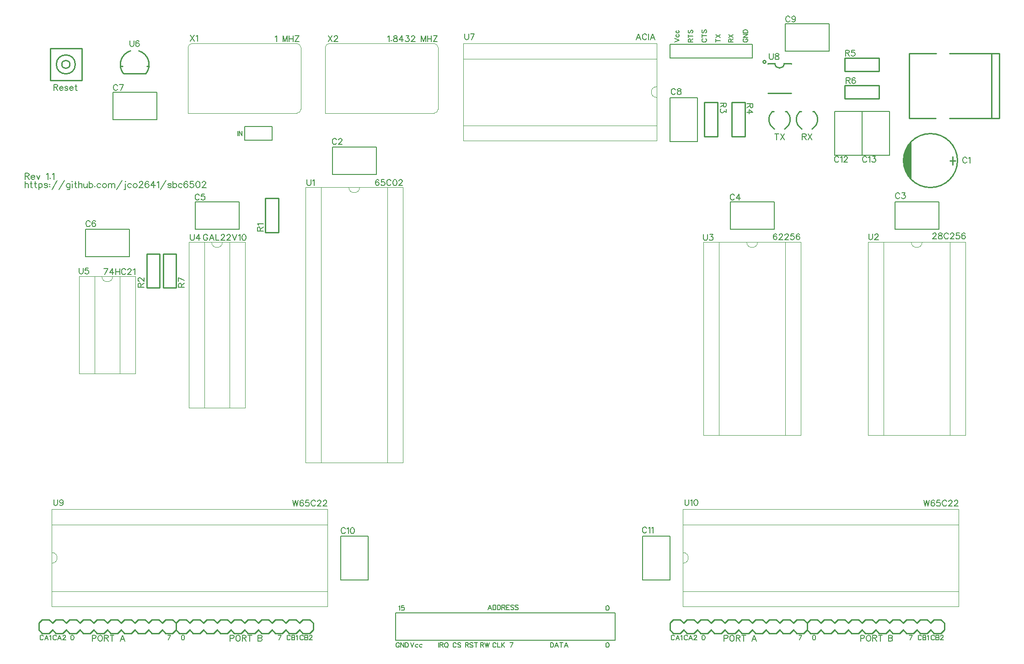
<source format=gto>
G04 Layer: TopSilkLayer*
G04 EasyEDA v6.3.22, 2020-04-29T08:02:14--7:00*
G04 df07cc009cc040c9afc33ab3c66112f2,1d979999f33e43778db822881d36423c,10*
G04 Gerber Generator version 0.2*
G04 Scale: 100 percent, Rotated: No, Reflected: No *
G04 Dimensions in millimeters *
G04 leading zeros omitted , absolute positions ,3 integer and 3 decimal *
%FSLAX33Y33*%
%MOMM*%
G90*
G71D02*

%ADD10C,0.254000*%
%ADD30C,0.119990*%
%ADD31C,0.203200*%
%ADD32C,0.202999*%
%ADD33C,0.177800*%
%ADD34C,0.152400*%
%ADD35C,0.200000*%

%LPD*%
G54D10*
G01X30530Y70383D02*
G01X28143Y70383D01*
G01X28143Y70383D02*
G01X28143Y76682D01*
G01X28143Y76682D02*
G01X30530Y76682D01*
G01X30530Y76682D02*
G01X30530Y70383D01*
G01X27482Y70383D02*
G01X25095Y70383D01*
G01X25095Y70383D02*
G01X25095Y76682D01*
G01X25095Y76682D02*
G01X27482Y76682D01*
G01X27482Y76682D02*
G01X27482Y70383D01*
G54D30*
G01X119499Y107680D02*
G01X119499Y112859D01*
G01X83700Y112859D01*
G01X83700Y100500D01*
G01X119499Y100500D01*
G01X119499Y105679D01*
G01X119499Y115689D02*
G01X83700Y115689D01*
G01X83700Y97670D01*
G01X119499Y97670D01*
G01X119499Y115689D01*
G54D10*
G01X55880Y8255D02*
G01X55880Y6985D01*
G01X33020Y8255D02*
G01X32385Y8890D01*
G01X31115Y8890D01*
G01X30480Y8255D01*
G01X33020Y6985D02*
G01X32385Y6350D01*
G01X31115Y6350D01*
G01X30480Y6985D01*
G01X30480Y8255D02*
G01X30480Y6985D01*
G01X55880Y8255D02*
G01X55245Y8890D01*
G01X53975Y8890D01*
G01X53340Y8255D01*
G01X55880Y6985D02*
G01X55245Y6350D01*
G01X53975Y6350D01*
G01X53340Y6985D01*
G01X53340Y8255D02*
G01X52705Y8890D01*
G01X51435Y8890D01*
G01X50800Y8255D01*
G01X53340Y6985D02*
G01X52705Y6350D01*
G01X51435Y6350D01*
G01X50800Y6985D01*
G01X50800Y8255D02*
G01X50165Y8890D01*
G01X48895Y8890D01*
G01X48260Y8255D01*
G01X50800Y6985D02*
G01X50165Y6350D01*
G01X48895Y6350D01*
G01X48260Y6985D01*
G01X48260Y8255D02*
G01X47625Y8890D01*
G01X46355Y8890D01*
G01X45720Y8255D01*
G01X48260Y6985D02*
G01X47625Y6350D01*
G01X46355Y6350D01*
G01X45720Y6985D01*
G01X45720Y8255D02*
G01X45085Y8890D01*
G01X43815Y8890D01*
G01X43180Y8255D01*
G01X45720Y6985D02*
G01X45085Y6350D01*
G01X43815Y6350D01*
G01X43180Y6985D01*
G01X43180Y8255D02*
G01X42545Y8890D01*
G01X41275Y8890D01*
G01X40640Y8255D01*
G01X43180Y6985D02*
G01X42545Y6350D01*
G01X41275Y6350D01*
G01X40640Y6985D01*
G01X40640Y8255D02*
G01X40005Y8890D01*
G01X38735Y8890D01*
G01X38100Y8255D01*
G01X40640Y6985D02*
G01X40005Y6350D01*
G01X38735Y6350D01*
G01X38100Y6985D01*
G01X38100Y8255D02*
G01X37465Y8890D01*
G01X36195Y8890D01*
G01X35560Y8255D01*
G01X38100Y6985D02*
G01X37465Y6350D01*
G01X36195Y6350D01*
G01X35560Y6985D01*
G01X35560Y8255D02*
G01X34925Y8890D01*
G01X33655Y8890D01*
G01X33020Y8255D01*
G01X35560Y6985D02*
G01X34925Y6350D01*
G01X33655Y6350D01*
G01X33020Y6985D01*
G01X30480Y8255D02*
G01X30480Y6985D01*
G01X7620Y8255D02*
G01X6985Y8890D01*
G01X5715Y8890D01*
G01X5080Y8255D01*
G01X7620Y6985D02*
G01X6985Y6350D01*
G01X5715Y6350D01*
G01X5080Y6985D01*
G01X5080Y8255D02*
G01X5080Y6985D01*
G01X30480Y8255D02*
G01X29845Y8890D01*
G01X28575Y8890D01*
G01X27940Y8255D01*
G01X30480Y6985D02*
G01X29845Y6350D01*
G01X28575Y6350D01*
G01X27940Y6985D01*
G01X27940Y8255D02*
G01X27305Y8890D01*
G01X26035Y8890D01*
G01X25400Y8255D01*
G01X27940Y6985D02*
G01X27305Y6350D01*
G01X26035Y6350D01*
G01X25400Y6985D01*
G01X25400Y8255D02*
G01X24765Y8890D01*
G01X23495Y8890D01*
G01X22860Y8255D01*
G01X25400Y6985D02*
G01X24765Y6350D01*
G01X23495Y6350D01*
G01X22860Y6985D01*
G01X22860Y8255D02*
G01X22225Y8890D01*
G01X20955Y8890D01*
G01X20320Y8255D01*
G01X22860Y6985D02*
G01X22225Y6350D01*
G01X20955Y6350D01*
G01X20320Y6985D01*
G01X20320Y8255D02*
G01X19685Y8890D01*
G01X18415Y8890D01*
G01X17780Y8255D01*
G01X20320Y6985D02*
G01X19685Y6350D01*
G01X18415Y6350D01*
G01X17780Y6985D01*
G01X17780Y8255D02*
G01X17145Y8890D01*
G01X15875Y8890D01*
G01X15240Y8255D01*
G01X17780Y6985D02*
G01X17145Y6350D01*
G01X15875Y6350D01*
G01X15240Y6985D01*
G01X15240Y8255D02*
G01X14605Y8890D01*
G01X13335Y8890D01*
G01X12700Y8255D01*
G01X15240Y6985D02*
G01X14605Y6350D01*
G01X13335Y6350D01*
G01X12700Y6985D01*
G01X12700Y8255D02*
G01X12065Y8890D01*
G01X10795Y8890D01*
G01X10160Y8255D01*
G01X12700Y6985D02*
G01X12065Y6350D01*
G01X10795Y6350D01*
G01X10160Y6985D01*
G01X10160Y8255D02*
G01X9525Y8890D01*
G01X8255Y8890D01*
G01X7620Y8255D01*
G01X10160Y6985D02*
G01X9525Y6350D01*
G01X8255Y6350D01*
G01X7620Y6985D01*
G01X147320Y8255D02*
G01X147320Y6985D01*
G01X124460Y8255D02*
G01X123825Y8890D01*
G01X122555Y8890D01*
G01X121920Y8255D01*
G01X124460Y6985D02*
G01X123825Y6350D01*
G01X122555Y6350D01*
G01X121920Y6985D01*
G01X121920Y8255D02*
G01X121920Y6985D01*
G01X147320Y8255D02*
G01X146685Y8890D01*
G01X145415Y8890D01*
G01X144780Y8255D01*
G01X147320Y6985D02*
G01X146685Y6350D01*
G01X145415Y6350D01*
G01X144780Y6985D01*
G01X144780Y8255D02*
G01X144145Y8890D01*
G01X142875Y8890D01*
G01X142240Y8255D01*
G01X144780Y6985D02*
G01X144145Y6350D01*
G01X142875Y6350D01*
G01X142240Y6985D01*
G01X142240Y8255D02*
G01X141605Y8890D01*
G01X140335Y8890D01*
G01X139700Y8255D01*
G01X142240Y6985D02*
G01X141605Y6350D01*
G01X140335Y6350D01*
G01X139700Y6985D01*
G01X139700Y8255D02*
G01X139065Y8890D01*
G01X137795Y8890D01*
G01X137160Y8255D01*
G01X139700Y6985D02*
G01X139065Y6350D01*
G01X137795Y6350D01*
G01X137160Y6985D01*
G01X137160Y8255D02*
G01X136525Y8890D01*
G01X135255Y8890D01*
G01X134620Y8255D01*
G01X137160Y6985D02*
G01X136525Y6350D01*
G01X135255Y6350D01*
G01X134620Y6985D01*
G01X134620Y8255D02*
G01X133985Y8890D01*
G01X132715Y8890D01*
G01X132080Y8255D01*
G01X134620Y6985D02*
G01X133985Y6350D01*
G01X132715Y6350D01*
G01X132080Y6985D01*
G01X132080Y8255D02*
G01X131445Y8890D01*
G01X130175Y8890D01*
G01X129540Y8255D01*
G01X132080Y6985D02*
G01X131445Y6350D01*
G01X130175Y6350D01*
G01X129540Y6985D01*
G01X129540Y8255D02*
G01X128905Y8890D01*
G01X127635Y8890D01*
G01X127000Y8255D01*
G01X129540Y6985D02*
G01X128905Y6350D01*
G01X127635Y6350D01*
G01X127000Y6985D01*
G01X127000Y8255D02*
G01X126365Y8890D01*
G01X125095Y8890D01*
G01X124460Y8255D01*
G01X127000Y6985D02*
G01X126365Y6350D01*
G01X125095Y6350D01*
G01X124460Y6985D01*
G01X172720Y8255D02*
G01X172720Y6985D01*
G01X149860Y8255D02*
G01X149225Y8890D01*
G01X147955Y8890D01*
G01X147320Y8255D01*
G01X149860Y6985D02*
G01X149225Y6350D01*
G01X147955Y6350D01*
G01X147320Y6985D01*
G01X147320Y8255D02*
G01X147320Y6985D01*
G01X172720Y8255D02*
G01X172085Y8890D01*
G01X170815Y8890D01*
G01X170180Y8255D01*
G01X172720Y6985D02*
G01X172085Y6350D01*
G01X170815Y6350D01*
G01X170180Y6985D01*
G01X170180Y8255D02*
G01X169545Y8890D01*
G01X168275Y8890D01*
G01X167640Y8255D01*
G01X170180Y6985D02*
G01X169545Y6350D01*
G01X168275Y6350D01*
G01X167640Y6985D01*
G01X167640Y8255D02*
G01X167005Y8890D01*
G01X165735Y8890D01*
G01X165100Y8255D01*
G01X167640Y6985D02*
G01X167005Y6350D01*
G01X165735Y6350D01*
G01X165100Y6985D01*
G01X165100Y8255D02*
G01X164465Y8890D01*
G01X163195Y8890D01*
G01X162560Y8255D01*
G01X165100Y6985D02*
G01X164465Y6350D01*
G01X163195Y6350D01*
G01X162560Y6985D01*
G01X162560Y8255D02*
G01X161925Y8890D01*
G01X160655Y8890D01*
G01X160020Y8255D01*
G01X162560Y6985D02*
G01X161925Y6350D01*
G01X160655Y6350D01*
G01X160020Y6985D01*
G01X160020Y8255D02*
G01X159385Y8890D01*
G01X158115Y8890D01*
G01X157480Y8255D01*
G01X160020Y6985D02*
G01X159385Y6350D01*
G01X158115Y6350D01*
G01X157480Y6985D01*
G01X157480Y8255D02*
G01X156845Y8890D01*
G01X155575Y8890D01*
G01X154940Y8255D01*
G01X157480Y6985D02*
G01X156845Y6350D01*
G01X155575Y6350D01*
G01X154940Y6985D01*
G01X154940Y8255D02*
G01X154305Y8890D01*
G01X153035Y8890D01*
G01X152400Y8255D01*
G01X154940Y6985D02*
G01X154305Y6350D01*
G01X153035Y6350D01*
G01X152400Y6985D01*
G01X152400Y8255D02*
G01X151765Y8890D01*
G01X150495Y8890D01*
G01X149860Y8255D01*
G01X152400Y6985D02*
G01X151765Y6350D01*
G01X150495Y6350D01*
G01X149860Y6985D01*
G54D30*
G01X37099Y78859D02*
G01X35730Y78859D01*
G01X35730Y48140D01*
G01X40469Y48140D01*
G01X40469Y78859D01*
G01X39100Y78859D01*
G01X32900Y78859D02*
G01X32900Y48140D01*
G01X43299Y48140D01*
G01X43299Y78859D01*
G01X32900Y78859D01*
G54D31*
G01X111760Y5080D02*
G01X111760Y10160D01*
G01X71120Y10160D01*
G01X71120Y5080D01*
G01X111760Y5080D01*
G54D30*
G01X16779Y72509D02*
G01X15410Y72509D01*
G01X15410Y54490D01*
G01X20149Y54490D01*
G01X20149Y72509D01*
G01X18780Y72509D01*
G01X12580Y72509D02*
G01X12580Y54490D01*
G01X22979Y54490D01*
G01X22979Y72509D01*
G01X12580Y72509D01*
G54D31*
G01X43180Y97790D02*
G01X43180Y100330D01*
G01X48260Y100330D01*
G01X48260Y97790D01*
G01X46355Y97790D01*
G54D32*
G01X43180Y97790D02*
G01X46355Y97790D01*
G54D30*
G01X124340Y19319D02*
G01X124340Y14140D01*
G01X175379Y14140D01*
G01X175379Y26499D01*
G01X124340Y26499D01*
G01X124340Y21320D01*
G01X124340Y11310D02*
G01X175379Y11310D01*
G01X175379Y29329D01*
G01X124340Y29329D01*
G01X124340Y11310D01*
G01X7500Y19319D02*
G01X7500Y14140D01*
G01X58539Y14140D01*
G01X58539Y26499D01*
G01X7500Y26499D01*
G01X7500Y21320D01*
G01X7500Y11310D02*
G01X58539Y11310D01*
G01X58539Y29329D01*
G01X7500Y29329D01*
G01X7500Y11310D01*
G01X62499Y89019D02*
G01X57320Y89019D01*
G01X57320Y37980D01*
G01X69679Y37980D01*
G01X69679Y89019D01*
G01X64500Y89019D01*
G01X54490Y89019D02*
G01X54490Y37980D01*
G01X72509Y37980D01*
G01X72509Y89019D01*
G01X54490Y89019D01*
G54D10*
G01X20777Y110109D02*
G01X24942Y110109D01*
G01X20193Y111506D02*
G01X20599Y111506D01*
G01X25120Y111506D02*
G01X25527Y111506D01*
G01X154330Y105486D02*
G01X154330Y107873D01*
G01X154330Y107873D02*
G01X160629Y107873D01*
G01X160629Y107873D02*
G01X160629Y105486D01*
G01X160629Y105486D02*
G01X154330Y105486D01*
G01X133426Y104749D02*
G01X135813Y104749D01*
G01X135813Y104749D02*
G01X135813Y98450D01*
G01X135813Y98450D02*
G01X133426Y98450D01*
G01X133426Y98450D02*
G01X133426Y104749D01*
G01X154330Y110566D02*
G01X154330Y112953D01*
G01X154330Y112953D02*
G01X160629Y112953D01*
G01X160629Y112953D02*
G01X160629Y110566D01*
G01X160629Y110566D02*
G01X154330Y110566D01*
G01X49453Y80670D02*
G01X47066Y80670D01*
G01X47066Y80670D02*
G01X47066Y86969D01*
G01X47066Y86969D02*
G01X49453Y86969D01*
G01X49453Y86969D02*
G01X49453Y80670D01*
G01X128346Y104749D02*
G01X130733Y104749D01*
G01X130733Y104749D02*
G01X130733Y98450D01*
G01X130733Y98450D02*
G01X128346Y98450D01*
G01X128346Y98450D02*
G01X128346Y104749D01*
G54D31*
G01X123825Y115570D02*
G01X121920Y115570D01*
G01X121920Y113030D01*
G01X137160Y113030D01*
G01X137160Y115570D01*
G54D32*
G01X137160Y115570D02*
G01X123825Y115570D01*
G54D10*
G01X174752Y93980D02*
G01X173736Y93980D01*
G01X174244Y93218D02*
G01X174244Y94742D01*
G01X140040Y106469D02*
G01X144439Y106439D01*
G01X144439Y111970D02*
G01X144439Y111929D01*
G01X144439Y106510D02*
G01X144439Y106439D01*
G01X140040Y111970D02*
G01X140040Y111929D01*
G01X140040Y106510D02*
G01X140040Y106469D01*
G01X144439Y111970D02*
G01X143090Y111970D01*
G01X140040Y111970D02*
G01X141389Y111970D01*
G54D30*
G01X58130Y114919D02*
G01X58130Y102770D01*
G01X78280Y102770D01*
G01X78280Y115669D02*
G01X58879Y115669D01*
G01X79029Y103520D02*
G01X79029Y114919D01*
G01X32730Y114919D02*
G01X32730Y102770D01*
G01X52880Y102770D01*
G01X52880Y115669D02*
G01X33479Y115669D01*
G01X53629Y103520D02*
G01X53629Y114919D01*
G54D10*
G01X148642Y103099D02*
G01X148370Y103099D01*
G01X146269Y103099D02*
G01X145997Y103099D01*
G01X143562Y103099D02*
G01X143290Y103099D01*
G01X141189Y103099D02*
G01X140917Y103099D01*
G54D33*
G01X143256Y116840D02*
G01X143256Y119380D01*
G01X151384Y119380D01*
G01X151384Y114300D01*
G01X143256Y114300D01*
G01X143256Y116840D01*
G01X63500Y24384D02*
G01X66040Y24384D01*
G01X66040Y16256D01*
G01X60960Y16256D01*
G01X60960Y24384D01*
G01X63500Y24384D01*
G01X124460Y105664D02*
G01X127000Y105664D01*
G01X127000Y97536D01*
G01X121920Y97536D01*
G01X121920Y105664D01*
G01X124460Y105664D01*
G01X160020Y94996D02*
G01X157480Y94996D01*
G01X157480Y103124D01*
G01X162560Y103124D01*
G01X162560Y94996D01*
G01X160020Y94996D01*
G01X154940Y94996D02*
G01X152400Y94996D01*
G01X152400Y103124D01*
G01X157480Y103124D01*
G01X157480Y94996D01*
G01X154940Y94996D01*
G01X18796Y104140D02*
G01X18796Y106680D01*
G01X26924Y106680D01*
G01X26924Y101600D01*
G01X18796Y101600D01*
G01X18796Y104140D01*
G01X13716Y78740D02*
G01X13716Y81280D01*
G01X21844Y81280D01*
G01X21844Y76200D01*
G01X13716Y76200D01*
G01X13716Y78740D01*
G01X34036Y83820D02*
G01X34036Y86360D01*
G01X42164Y86360D01*
G01X42164Y81280D01*
G01X34036Y81280D01*
G01X34036Y83820D01*
G01X133096Y83820D02*
G01X133096Y86360D01*
G01X141224Y86360D01*
G01X141224Y81280D01*
G01X133096Y81280D01*
G01X133096Y83820D01*
G01X163576Y83820D02*
G01X163576Y86360D01*
G01X171704Y86360D01*
G01X171704Y81280D01*
G01X163576Y81280D01*
G01X163576Y83820D01*
G01X59436Y93980D02*
G01X59436Y96520D01*
G01X67564Y96520D01*
G01X67564Y91440D01*
G01X59436Y91440D01*
G01X59436Y93980D01*
G01X119380Y24384D02*
G01X121920Y24384D01*
G01X121920Y16256D01*
G01X116840Y16256D01*
G01X116840Y24384D01*
G01X119380Y24384D01*
G54D30*
G01X136159Y78859D02*
G01X130980Y78859D01*
G01X130980Y43060D01*
G01X143339Y43060D01*
G01X143339Y78859D01*
G01X138160Y78859D01*
G01X128150Y78859D02*
G01X128150Y43060D01*
G01X146169Y43060D01*
G01X146169Y78859D01*
G01X128150Y78859D01*
G54D10*
G01X181483Y101854D02*
G01X181483Y113792D01*
G01X171179Y101780D02*
G01X166280Y101780D01*
G01X166280Y113879D01*
G01X171280Y113879D01*
G01X173680Y101780D02*
G01X182880Y101780D01*
G01X182880Y113879D01*
G01X173680Y113879D01*
G01X7258Y114761D02*
G01X7258Y108862D01*
G01X13056Y108862D01*
G01X13056Y114761D01*
G01X7258Y114761D01*
G54D30*
G01X166639Y78859D02*
G01X161460Y78859D01*
G01X161460Y43060D01*
G01X173819Y43060D01*
G01X173819Y78859D01*
G01X168640Y78859D01*
G01X158630Y78859D02*
G01X158630Y43060D01*
G01X176649Y43060D01*
G01X176649Y78859D01*
G01X158630Y78859D01*
G54D34*
G01X99822Y4579D02*
G01X99822Y3731D01*
G01X99822Y4579D02*
G01X100103Y4579D01*
G01X100225Y4538D01*
G01X100307Y4457D01*
G01X100347Y4378D01*
G01X100388Y4257D01*
G01X100388Y4053D01*
G01X100347Y3934D01*
G01X100307Y3853D01*
G01X100225Y3771D01*
G01X100103Y3731D01*
G01X99822Y3731D01*
G01X100977Y4579D02*
G01X100655Y3731D01*
G01X100977Y4579D02*
G01X101300Y3731D01*
G01X100774Y4013D02*
G01X101180Y4013D01*
G01X101851Y4579D02*
G01X101851Y3731D01*
G01X101566Y4579D02*
G01X102133Y4579D01*
G01X102722Y4579D02*
G01X102400Y3731D01*
G01X102722Y4579D02*
G01X103047Y3731D01*
G01X102522Y4013D02*
G01X102925Y4013D01*
G01X110350Y4579D02*
G01X110230Y4538D01*
G01X110149Y4419D01*
G01X110109Y4216D01*
G01X110109Y4094D01*
G01X110149Y3893D01*
G01X110230Y3771D01*
G01X110350Y3731D01*
G01X110431Y3731D01*
G01X110553Y3771D01*
G01X110634Y3893D01*
G01X110675Y4094D01*
G01X110675Y4216D01*
G01X110634Y4419D01*
G01X110553Y4538D01*
G01X110431Y4579D01*
G01X110350Y4579D01*
G01X92895Y4579D02*
G01X92491Y3731D01*
G01X92329Y4579D02*
G01X92895Y4579D01*
G01X110350Y11437D02*
G01X110230Y11396D01*
G01X110149Y11277D01*
G01X110109Y11074D01*
G01X110109Y10952D01*
G01X110149Y10751D01*
G01X110230Y10629D01*
G01X110350Y10589D01*
G01X110431Y10589D01*
G01X110553Y10629D01*
G01X110634Y10751D01*
G01X110675Y10952D01*
G01X110675Y11074D01*
G01X110634Y11277D01*
G01X110553Y11396D01*
G01X110431Y11437D01*
G01X110350Y11437D01*
G01X71755Y11277D02*
G01X71836Y11315D01*
G01X71958Y11437D01*
G01X71958Y10589D01*
G01X72707Y11437D02*
G01X72303Y11437D01*
G01X72263Y11074D01*
G01X72303Y11115D01*
G01X72425Y11155D01*
G01X72547Y11155D01*
G01X72669Y11115D01*
G01X72748Y11033D01*
G01X72788Y10911D01*
G01X72788Y10833D01*
G01X72748Y10711D01*
G01X72669Y10629D01*
G01X72547Y10589D01*
G01X72425Y10589D01*
G01X72303Y10629D01*
G01X72263Y10670D01*
G01X72224Y10751D01*
G01X88587Y11564D02*
G01X88265Y10716D01*
G01X88587Y11564D02*
G01X88912Y10716D01*
G01X88386Y10998D02*
G01X88790Y10998D01*
G01X89179Y11564D02*
G01X89179Y10716D01*
G01X89179Y11564D02*
G01X89461Y11564D01*
G01X89583Y11523D01*
G01X89662Y11442D01*
G01X89702Y11363D01*
G01X89743Y11242D01*
G01X89743Y11038D01*
G01X89702Y10919D01*
G01X89662Y10838D01*
G01X89583Y10756D01*
G01X89461Y10716D01*
G01X89179Y10716D01*
G01X90009Y11564D02*
G01X90009Y10716D01*
G01X90009Y11564D02*
G01X90294Y11564D01*
G01X90413Y11523D01*
G01X90495Y11442D01*
G01X90535Y11363D01*
G01X90576Y11242D01*
G01X90576Y11038D01*
G01X90535Y10919D01*
G01X90495Y10838D01*
G01X90413Y10756D01*
G01X90294Y10716D01*
G01X90009Y10716D01*
G01X90843Y11564D02*
G01X90843Y10716D01*
G01X90843Y11564D02*
G01X91206Y11564D01*
G01X91328Y11523D01*
G01X91368Y11483D01*
G01X91409Y11404D01*
G01X91409Y11323D01*
G01X91368Y11242D01*
G01X91328Y11201D01*
G01X91206Y11160D01*
G01X90843Y11160D01*
G01X91125Y11160D02*
G01X91409Y10716D01*
G01X91676Y11564D02*
G01X91676Y10716D01*
G01X91676Y11564D02*
G01X92202Y11564D01*
G01X91676Y11160D02*
G01X91998Y11160D01*
G01X91676Y10716D02*
G01X92202Y10716D01*
G01X93032Y11442D02*
G01X92951Y11523D01*
G01X92831Y11564D01*
G01X92669Y11564D01*
G01X92547Y11523D01*
G01X92468Y11442D01*
G01X92468Y11363D01*
G01X92506Y11282D01*
G01X92547Y11242D01*
G01X92628Y11201D01*
G01X92872Y11120D01*
G01X92951Y11079D01*
G01X92991Y11038D01*
G01X93032Y10960D01*
G01X93032Y10838D01*
G01X92951Y10756D01*
G01X92831Y10716D01*
G01X92669Y10716D01*
G01X92547Y10756D01*
G01X92468Y10838D01*
G01X93865Y11442D02*
G01X93784Y11523D01*
G01X93662Y11564D01*
G01X93502Y11564D01*
G01X93380Y11523D01*
G01X93299Y11442D01*
G01X93299Y11363D01*
G01X93339Y11282D01*
G01X93380Y11242D01*
G01X93461Y11201D01*
G01X93703Y11120D01*
G01X93784Y11079D01*
G01X93825Y11038D01*
G01X93865Y10960D01*
G01X93865Y10838D01*
G01X93784Y10756D01*
G01X93662Y10716D01*
G01X93502Y10716D01*
G01X93380Y10756D01*
G01X93299Y10838D01*
G01X89761Y4378D02*
G01X89720Y4457D01*
G01X89639Y4538D01*
G01X89557Y4579D01*
G01X89395Y4579D01*
G01X89316Y4538D01*
G01X89235Y4457D01*
G01X89194Y4378D01*
G01X89154Y4257D01*
G01X89154Y4053D01*
G01X89194Y3934D01*
G01X89235Y3853D01*
G01X89316Y3771D01*
G01X89395Y3731D01*
G01X89557Y3731D01*
G01X89639Y3771D01*
G01X89720Y3853D01*
G01X89761Y3934D01*
G01X90027Y4579D02*
G01X90027Y3731D01*
G01X90027Y3731D02*
G01X90512Y3731D01*
G01X90779Y4579D02*
G01X90779Y3731D01*
G01X91343Y4579D02*
G01X90779Y4013D01*
G01X90980Y4216D02*
G01X91343Y3731D01*
G01X86868Y4579D02*
G01X86868Y3731D01*
G01X86868Y4579D02*
G01X87231Y4579D01*
G01X87353Y4538D01*
G01X87393Y4498D01*
G01X87434Y4419D01*
G01X87434Y4338D01*
G01X87393Y4257D01*
G01X87353Y4216D01*
G01X87231Y4175D01*
G01X86868Y4175D01*
G01X87149Y4175D02*
G01X87434Y3731D01*
G01X87701Y4579D02*
G01X87901Y3731D01*
G01X88104Y4579D02*
G01X87901Y3731D01*
G01X88104Y4579D02*
G01X88305Y3731D01*
G01X88508Y4579D02*
G01X88305Y3731D01*
G01X84074Y4579D02*
G01X84074Y3731D01*
G01X84074Y4579D02*
G01X84437Y4579D01*
G01X84559Y4538D01*
G01X84599Y4498D01*
G01X84640Y4419D01*
G01X84640Y4338D01*
G01X84599Y4257D01*
G01X84559Y4216D01*
G01X84437Y4175D01*
G01X84074Y4175D01*
G01X84355Y4175D02*
G01X84640Y3731D01*
G01X85471Y4457D02*
G01X85392Y4538D01*
G01X85270Y4579D01*
G01X85107Y4579D01*
G01X84988Y4538D01*
G01X84907Y4457D01*
G01X84907Y4378D01*
G01X84947Y4297D01*
G01X84988Y4257D01*
G01X85067Y4216D01*
G01X85310Y4135D01*
G01X85392Y4094D01*
G01X85432Y4053D01*
G01X85471Y3975D01*
G01X85471Y3853D01*
G01X85392Y3771D01*
G01X85270Y3731D01*
G01X85107Y3731D01*
G01X84988Y3771D01*
G01X84907Y3853D01*
G01X86022Y4579D02*
G01X86022Y3731D01*
G01X85737Y4579D02*
G01X86304Y4579D01*
G01X82395Y4378D02*
G01X82354Y4457D01*
G01X82273Y4538D01*
G01X82191Y4579D01*
G01X82029Y4579D01*
G01X81950Y4538D01*
G01X81869Y4457D01*
G01X81828Y4378D01*
G01X81788Y4257D01*
G01X81788Y4053D01*
G01X81828Y3934D01*
G01X81869Y3853D01*
G01X81950Y3771D01*
G01X82029Y3731D01*
G01X82191Y3731D01*
G01X82273Y3771D01*
G01X82354Y3853D01*
G01X82395Y3934D01*
G01X83225Y4457D02*
G01X83146Y4538D01*
G01X83024Y4579D01*
G01X82862Y4579D01*
G01X82740Y4538D01*
G01X82661Y4457D01*
G01X82661Y4378D01*
G01X82702Y4297D01*
G01X82740Y4257D01*
G01X82821Y4216D01*
G01X83065Y4135D01*
G01X83146Y4094D01*
G01X83185Y4053D01*
G01X83225Y3975D01*
G01X83225Y3853D01*
G01X83146Y3771D01*
G01X83024Y3731D01*
G01X82862Y3731D01*
G01X82740Y3771D01*
G01X82661Y3853D01*
G01X79121Y4579D02*
G01X79121Y3731D01*
G01X79387Y4579D02*
G01X79387Y3731D01*
G01X79387Y4579D02*
G01X79750Y4579D01*
G01X79872Y4538D01*
G01X79913Y4498D01*
G01X79954Y4419D01*
G01X79954Y4338D01*
G01X79913Y4257D01*
G01X79872Y4216D01*
G01X79750Y4175D01*
G01X79387Y4175D01*
G01X79669Y4175D02*
G01X79954Y3731D01*
G01X80462Y4579D02*
G01X80380Y4538D01*
G01X80302Y4457D01*
G01X80261Y4378D01*
G01X80220Y4257D01*
G01X80220Y4053D01*
G01X80261Y3934D01*
G01X80302Y3853D01*
G01X80380Y3771D01*
G01X80462Y3731D01*
G01X80624Y3731D01*
G01X80705Y3771D01*
G01X80784Y3853D01*
G01X80825Y3934D01*
G01X80865Y4053D01*
G01X80865Y4257D01*
G01X80825Y4378D01*
G01X80784Y4457D01*
G01X80705Y4538D01*
G01X80624Y4579D01*
G01X80462Y4579D01*
G01X80584Y3893D02*
G01X80825Y3649D01*
G01X71854Y4378D02*
G01X71813Y4457D01*
G01X71732Y4538D01*
G01X71650Y4579D01*
G01X71488Y4579D01*
G01X71409Y4538D01*
G01X71328Y4457D01*
G01X71287Y4378D01*
G01X71247Y4257D01*
G01X71247Y4053D01*
G01X71287Y3934D01*
G01X71328Y3853D01*
G01X71409Y3771D01*
G01X71488Y3731D01*
G01X71650Y3731D01*
G01X71732Y3771D01*
G01X71813Y3853D01*
G01X71854Y3934D01*
G01X71854Y4053D01*
G01X71650Y4053D02*
G01X71854Y4053D01*
G01X72120Y4579D02*
G01X72120Y3731D01*
G01X72120Y4579D02*
G01X72684Y3731D01*
G01X72684Y4579D02*
G01X72684Y3731D01*
G01X72951Y4579D02*
G01X72951Y3731D01*
G01X72951Y4579D02*
G01X73235Y4579D01*
G01X73355Y4538D01*
G01X73436Y4457D01*
G01X73477Y4378D01*
G01X73517Y4257D01*
G01X73517Y4053D01*
G01X73477Y3934D01*
G01X73436Y3853D01*
G01X73355Y3771D01*
G01X73235Y3731D01*
G01X72951Y3731D01*
G01X73914Y4579D02*
G01X74236Y3731D01*
G01X74561Y4579D02*
G01X74236Y3731D01*
G01X75311Y4175D02*
G01X75232Y4257D01*
G01X75150Y4297D01*
G01X75029Y4297D01*
G01X74947Y4257D01*
G01X74866Y4175D01*
G01X74828Y4053D01*
G01X74828Y3975D01*
G01X74866Y3853D01*
G01X74947Y3771D01*
G01X75029Y3731D01*
G01X75150Y3731D01*
G01X75232Y3771D01*
G01X75311Y3853D01*
G01X76062Y4175D02*
G01X75984Y4257D01*
G01X75902Y4297D01*
G01X75780Y4297D01*
G01X75699Y4257D01*
G01X75618Y4175D01*
G01X75577Y4053D01*
G01X75577Y3975D01*
G01X75618Y3853D01*
G01X75699Y3771D01*
G01X75780Y3731D01*
G01X75902Y3731D01*
G01X75984Y3771D01*
G01X76062Y3853D01*
G01X122781Y5775D02*
G01X122740Y5854D01*
G01X122659Y5935D01*
G01X122577Y5976D01*
G01X122415Y5976D01*
G01X122336Y5935D01*
G01X122255Y5854D01*
G01X122214Y5775D01*
G01X122174Y5654D01*
G01X122174Y5450D01*
G01X122214Y5331D01*
G01X122255Y5250D01*
G01X122336Y5168D01*
G01X122415Y5128D01*
G01X122577Y5128D01*
G01X122659Y5168D01*
G01X122740Y5250D01*
G01X122781Y5331D01*
G01X123370Y5976D02*
G01X123047Y5128D01*
G01X123370Y5976D02*
G01X123692Y5128D01*
G01X123167Y5410D02*
G01X123571Y5410D01*
G01X123959Y5816D02*
G01X124040Y5854D01*
G01X124162Y5976D01*
G01X124162Y5128D01*
G01X125194Y5775D02*
G01X125153Y5854D01*
G01X125072Y5935D01*
G01X124990Y5976D01*
G01X124828Y5976D01*
G01X124749Y5935D01*
G01X124668Y5854D01*
G01X124627Y5775D01*
G01X124587Y5654D01*
G01X124587Y5450D01*
G01X124627Y5331D01*
G01X124668Y5250D01*
G01X124749Y5168D01*
G01X124828Y5128D01*
G01X124990Y5128D01*
G01X125072Y5168D01*
G01X125153Y5250D01*
G01X125194Y5331D01*
G01X125783Y5976D02*
G01X125460Y5128D01*
G01X125783Y5976D02*
G01X126105Y5128D01*
G01X125580Y5410D02*
G01X125984Y5410D01*
G01X126413Y5775D02*
G01X126413Y5816D01*
G01X126453Y5895D01*
G01X126494Y5935D01*
G01X126575Y5976D01*
G01X126735Y5976D01*
G01X126817Y5935D01*
G01X126857Y5895D01*
G01X126898Y5816D01*
G01X126898Y5735D01*
G01X126857Y5654D01*
G01X126776Y5532D01*
G01X126372Y5128D01*
G01X126939Y5128D01*
G01X128130Y5976D02*
G01X128010Y5935D01*
G01X127929Y5816D01*
G01X127889Y5613D01*
G01X127889Y5491D01*
G01X127929Y5290D01*
G01X128010Y5168D01*
G01X128130Y5128D01*
G01X128211Y5128D01*
G01X128333Y5168D01*
G01X128414Y5290D01*
G01X128455Y5491D01*
G01X128455Y5613D01*
G01X128414Y5816D01*
G01X128333Y5935D01*
G01X128211Y5976D01*
G01X128130Y5976D01*
G01X146362Y5976D02*
G01X145958Y5128D01*
G01X145796Y5976D02*
G01X146362Y5976D01*
G01X148577Y5976D02*
G01X148457Y5935D01*
G01X148376Y5816D01*
G01X148336Y5613D01*
G01X148336Y5491D01*
G01X148376Y5290D01*
G01X148457Y5168D01*
G01X148577Y5128D01*
G01X148658Y5128D01*
G01X148780Y5168D01*
G01X148861Y5290D01*
G01X148902Y5491D01*
G01X148902Y5613D01*
G01X148861Y5816D01*
G01X148780Y5935D01*
G01X148658Y5976D01*
G01X148577Y5976D01*
G01X166809Y5976D02*
G01X166405Y5128D01*
G01X166243Y5976D02*
G01X166809Y5976D01*
G01X168501Y5775D02*
G01X168460Y5854D01*
G01X168379Y5935D01*
G01X168297Y5976D01*
G01X168135Y5976D01*
G01X168056Y5935D01*
G01X167975Y5854D01*
G01X167934Y5775D01*
G01X167894Y5654D01*
G01X167894Y5450D01*
G01X167934Y5331D01*
G01X167975Y5250D01*
G01X168056Y5168D01*
G01X168135Y5128D01*
G01X168297Y5128D01*
G01X168379Y5168D01*
G01X168460Y5250D01*
G01X168501Y5331D01*
G01X168767Y5976D02*
G01X168767Y5128D01*
G01X168767Y5976D02*
G01X169130Y5976D01*
G01X169252Y5935D01*
G01X169291Y5895D01*
G01X169331Y5816D01*
G01X169331Y5735D01*
G01X169291Y5654D01*
G01X169252Y5613D01*
G01X169130Y5572D01*
G01X168767Y5572D02*
G01X169130Y5572D01*
G01X169252Y5532D01*
G01X169291Y5491D01*
G01X169331Y5410D01*
G01X169331Y5290D01*
G01X169291Y5209D01*
G01X169252Y5168D01*
G01X169130Y5128D01*
G01X168767Y5128D01*
G01X169598Y5816D02*
G01X169679Y5854D01*
G01X169801Y5976D01*
G01X169801Y5128D01*
G01X170914Y5775D02*
G01X170873Y5854D01*
G01X170792Y5935D01*
G01X170710Y5976D01*
G01X170548Y5976D01*
G01X170469Y5935D01*
G01X170388Y5854D01*
G01X170347Y5775D01*
G01X170307Y5654D01*
G01X170307Y5450D01*
G01X170347Y5331D01*
G01X170388Y5250D01*
G01X170469Y5168D01*
G01X170548Y5128D01*
G01X170710Y5128D01*
G01X170792Y5168D01*
G01X170873Y5250D01*
G01X170914Y5331D01*
G01X171180Y5976D02*
G01X171180Y5128D01*
G01X171180Y5976D02*
G01X171543Y5976D01*
G01X171665Y5935D01*
G01X171704Y5895D01*
G01X171744Y5816D01*
G01X171744Y5735D01*
G01X171704Y5654D01*
G01X171665Y5613D01*
G01X171543Y5572D01*
G01X171180Y5572D02*
G01X171543Y5572D01*
G01X171665Y5532D01*
G01X171704Y5491D01*
G01X171744Y5410D01*
G01X171744Y5290D01*
G01X171704Y5209D01*
G01X171665Y5168D01*
G01X171543Y5128D01*
G01X171180Y5128D01*
G01X172051Y5775D02*
G01X172051Y5816D01*
G01X172092Y5895D01*
G01X172133Y5935D01*
G01X172214Y5976D01*
G01X172377Y5976D01*
G01X172455Y5935D01*
G01X172496Y5895D01*
G01X172537Y5816D01*
G01X172537Y5735D01*
G01X172496Y5654D01*
G01X172415Y5532D01*
G01X172011Y5128D01*
G01X172577Y5128D01*
G01X5941Y5775D02*
G01X5900Y5854D01*
G01X5819Y5935D01*
G01X5737Y5976D01*
G01X5575Y5976D01*
G01X5496Y5935D01*
G01X5415Y5854D01*
G01X5374Y5775D01*
G01X5334Y5654D01*
G01X5334Y5450D01*
G01X5374Y5331D01*
G01X5415Y5250D01*
G01X5496Y5168D01*
G01X5575Y5128D01*
G01X5737Y5128D01*
G01X5819Y5168D01*
G01X5900Y5250D01*
G01X5941Y5331D01*
G01X6530Y5976D02*
G01X6207Y5128D01*
G01X6530Y5976D02*
G01X6852Y5128D01*
G01X6327Y5410D02*
G01X6731Y5410D01*
G01X7119Y5816D02*
G01X7200Y5854D01*
G01X7322Y5976D01*
G01X7322Y5128D01*
G01X8354Y5775D02*
G01X8313Y5854D01*
G01X8232Y5935D01*
G01X8150Y5976D01*
G01X7988Y5976D01*
G01X7909Y5935D01*
G01X7828Y5854D01*
G01X7787Y5775D01*
G01X7747Y5654D01*
G01X7747Y5450D01*
G01X7787Y5331D01*
G01X7828Y5250D01*
G01X7909Y5168D01*
G01X7988Y5128D01*
G01X8150Y5128D01*
G01X8232Y5168D01*
G01X8313Y5250D01*
G01X8354Y5331D01*
G01X8943Y5976D02*
G01X8620Y5128D01*
G01X8943Y5976D02*
G01X9265Y5128D01*
G01X8740Y5410D02*
G01X9144Y5410D01*
G01X9573Y5775D02*
G01X9573Y5816D01*
G01X9613Y5895D01*
G01X9654Y5935D01*
G01X9735Y5976D01*
G01X9895Y5976D01*
G01X9977Y5935D01*
G01X10017Y5895D01*
G01X10058Y5816D01*
G01X10058Y5735D01*
G01X10017Y5654D01*
G01X9936Y5532D01*
G01X9532Y5128D01*
G01X10099Y5128D01*
G01X11290Y5976D02*
G01X11170Y5935D01*
G01X11089Y5816D01*
G01X11049Y5613D01*
G01X11049Y5491D01*
G01X11089Y5290D01*
G01X11170Y5168D01*
G01X11290Y5128D01*
G01X11371Y5128D01*
G01X11493Y5168D01*
G01X11574Y5290D01*
G01X11615Y5491D01*
G01X11615Y5613D01*
G01X11574Y5816D01*
G01X11493Y5935D01*
G01X11371Y5976D01*
G01X11290Y5976D01*
G01X29522Y5976D02*
G01X29118Y5128D01*
G01X28956Y5976D02*
G01X29522Y5976D01*
G01X31737Y5976D02*
G01X31617Y5935D01*
G01X31536Y5816D01*
G01X31496Y5613D01*
G01X31496Y5491D01*
G01X31536Y5290D01*
G01X31617Y5168D01*
G01X31737Y5128D01*
G01X31818Y5128D01*
G01X31940Y5168D01*
G01X32021Y5290D01*
G01X32062Y5491D01*
G01X32062Y5613D01*
G01X32021Y5816D01*
G01X31940Y5935D01*
G01X31818Y5976D01*
G01X31737Y5976D01*
G01X49969Y5976D02*
G01X49565Y5128D01*
G01X49403Y5976D02*
G01X49969Y5976D01*
G01X51661Y5775D02*
G01X51620Y5854D01*
G01X51539Y5935D01*
G01X51457Y5976D01*
G01X51295Y5976D01*
G01X51216Y5935D01*
G01X51135Y5854D01*
G01X51094Y5775D01*
G01X51054Y5654D01*
G01X51054Y5450D01*
G01X51094Y5331D01*
G01X51135Y5250D01*
G01X51216Y5168D01*
G01X51295Y5128D01*
G01X51457Y5128D01*
G01X51539Y5168D01*
G01X51620Y5250D01*
G01X51661Y5331D01*
G01X51927Y5976D02*
G01X51927Y5128D01*
G01X51927Y5976D02*
G01X52290Y5976D01*
G01X52412Y5935D01*
G01X52451Y5895D01*
G01X52491Y5816D01*
G01X52491Y5735D01*
G01X52451Y5654D01*
G01X52412Y5613D01*
G01X52290Y5572D01*
G01X51927Y5572D02*
G01X52290Y5572D01*
G01X52412Y5532D01*
G01X52451Y5491D01*
G01X52491Y5410D01*
G01X52491Y5290D01*
G01X52451Y5209D01*
G01X52412Y5168D01*
G01X52290Y5128D01*
G01X51927Y5128D01*
G01X52758Y5816D02*
G01X52839Y5854D01*
G01X52961Y5976D01*
G01X52961Y5128D01*
G01X54074Y5775D02*
G01X54033Y5854D01*
G01X53952Y5935D01*
G01X53870Y5976D01*
G01X53708Y5976D01*
G01X53629Y5935D01*
G01X53548Y5854D01*
G01X53507Y5775D01*
G01X53467Y5654D01*
G01X53467Y5450D01*
G01X53507Y5331D01*
G01X53548Y5250D01*
G01X53629Y5168D01*
G01X53708Y5128D01*
G01X53870Y5128D01*
G01X53952Y5168D01*
G01X54033Y5250D01*
G01X54074Y5331D01*
G01X54340Y5976D02*
G01X54340Y5128D01*
G01X54340Y5976D02*
G01X54703Y5976D01*
G01X54825Y5935D01*
G01X54864Y5895D01*
G01X54904Y5816D01*
G01X54904Y5735D01*
G01X54864Y5654D01*
G01X54825Y5613D01*
G01X54703Y5572D01*
G01X54340Y5572D02*
G01X54703Y5572D01*
G01X54825Y5532D01*
G01X54864Y5491D01*
G01X54904Y5410D01*
G01X54904Y5290D01*
G01X54864Y5209D01*
G01X54825Y5168D01*
G01X54703Y5128D01*
G01X54340Y5128D01*
G01X55211Y5775D02*
G01X55211Y5816D01*
G01X55252Y5895D01*
G01X55293Y5935D01*
G01X55374Y5976D01*
G01X55537Y5976D01*
G01X55615Y5935D01*
G01X55656Y5895D01*
G01X55697Y5816D01*
G01X55697Y5735D01*
G01X55656Y5654D01*
G01X55575Y5532D01*
G01X55171Y5128D01*
G01X55737Y5128D01*
G01X125341Y115951D02*
G01X126189Y115951D01*
G01X125341Y115951D02*
G01X125341Y116314D01*
G01X125382Y116436D01*
G01X125422Y116476D01*
G01X125501Y116517D01*
G01X125582Y116517D01*
G01X125663Y116476D01*
G01X125704Y116436D01*
G01X125745Y116314D01*
G01X125745Y115951D01*
G01X125745Y116232D02*
G01X126189Y116517D01*
G01X125341Y117066D02*
G01X126189Y117066D01*
G01X125341Y116784D02*
G01X125341Y117348D01*
G01X125463Y118181D02*
G01X125382Y118099D01*
G01X125341Y117980D01*
G01X125341Y117817D01*
G01X125382Y117695D01*
G01X125463Y117614D01*
G01X125542Y117614D01*
G01X125623Y117655D01*
G01X125663Y117695D01*
G01X125704Y117777D01*
G01X125785Y118021D01*
G01X125826Y118099D01*
G01X125867Y118140D01*
G01X125945Y118181D01*
G01X126067Y118181D01*
G01X126149Y118099D01*
G01X126189Y117980D01*
G01X126189Y117817D01*
G01X126149Y117695D01*
G01X126067Y117614D01*
G01X128082Y116558D02*
G01X128003Y116517D01*
G01X127922Y116436D01*
G01X127881Y116354D01*
G01X127881Y116192D01*
G01X127922Y116113D01*
G01X128003Y116032D01*
G01X128082Y115991D01*
G01X128203Y115951D01*
G01X128407Y115951D01*
G01X128526Y115991D01*
G01X128607Y116032D01*
G01X128689Y116113D01*
G01X128729Y116192D01*
G01X128729Y116354D01*
G01X128689Y116436D01*
G01X128607Y116517D01*
G01X128526Y116558D01*
G01X127881Y117106D02*
G01X128729Y117106D01*
G01X127881Y116824D02*
G01X127881Y117388D01*
G01X128003Y118221D02*
G01X127922Y118140D01*
G01X127881Y118021D01*
G01X127881Y117858D01*
G01X127922Y117736D01*
G01X128003Y117655D01*
G01X128082Y117655D01*
G01X128163Y117695D01*
G01X128203Y117736D01*
G01X128244Y117817D01*
G01X128325Y118059D01*
G01X128366Y118140D01*
G01X128407Y118181D01*
G01X128485Y118221D01*
G01X128607Y118221D01*
G01X128689Y118140D01*
G01X128729Y118021D01*
G01X128729Y117858D01*
G01X128689Y117736D01*
G01X128607Y117655D01*
G01X130421Y116232D02*
G01X131269Y116232D01*
G01X130421Y115951D02*
G01X130421Y116517D01*
G01X130421Y116784D02*
G01X131269Y117348D01*
G01X130421Y117348D02*
G01X131269Y116784D01*
G01X132834Y115951D02*
G01X133682Y115951D01*
G01X132834Y115951D02*
G01X132834Y116314D01*
G01X132875Y116436D01*
G01X132915Y116476D01*
G01X132994Y116517D01*
G01X133075Y116517D01*
G01X133156Y116476D01*
G01X133197Y116436D01*
G01X133238Y116314D01*
G01X133238Y115951D01*
G01X133238Y116232D02*
G01X133682Y116517D01*
G01X132834Y116784D02*
G01X133682Y117348D01*
G01X132834Y117348D02*
G01X133682Y116784D01*
G01X135702Y116558D02*
G01X135623Y116517D01*
G01X135542Y116436D01*
G01X135501Y116354D01*
G01X135501Y116192D01*
G01X135542Y116113D01*
G01X135623Y116032D01*
G01X135702Y115991D01*
G01X135823Y115951D01*
G01X136027Y115951D01*
G01X136146Y115991D01*
G01X136227Y116032D01*
G01X136309Y116113D01*
G01X136349Y116192D01*
G01X136349Y116354D01*
G01X136309Y116436D01*
G01X136227Y116517D01*
G01X136146Y116558D01*
G01X136027Y116558D01*
G01X136027Y116354D02*
G01X136027Y116558D01*
G01X135501Y116824D02*
G01X136349Y116824D01*
G01X135501Y116824D02*
G01X136349Y117388D01*
G01X135501Y117388D02*
G01X136349Y117388D01*
G01X135501Y117655D02*
G01X136349Y117655D01*
G01X135501Y117655D02*
G01X135501Y117939D01*
G01X135542Y118059D01*
G01X135623Y118140D01*
G01X135702Y118181D01*
G01X135823Y118221D01*
G01X136027Y118221D01*
G01X136146Y118181D01*
G01X136227Y118140D01*
G01X136309Y118059D01*
G01X136349Y117939D01*
G01X136349Y117655D01*
G01X122801Y115951D02*
G01X123649Y116273D01*
G01X122801Y116598D02*
G01X123649Y116273D01*
G01X123205Y117348D02*
G01X123123Y117269D01*
G01X123083Y117187D01*
G01X123083Y117066D01*
G01X123123Y116984D01*
G01X123205Y116903D01*
G01X123327Y116865D01*
G01X123405Y116865D01*
G01X123527Y116903D01*
G01X123609Y116984D01*
G01X123649Y117066D01*
G01X123649Y117187D01*
G01X123609Y117269D01*
G01X123527Y117348D01*
G01X123205Y118099D02*
G01X123123Y118021D01*
G01X123083Y117939D01*
G01X123083Y117817D01*
G01X123123Y117736D01*
G01X123205Y117655D01*
G01X123327Y117614D01*
G01X123405Y117614D01*
G01X123527Y117655D01*
G01X123609Y117736D01*
G01X123649Y117817D01*
G01X123649Y117939D01*
G01X123609Y118021D01*
G01X123527Y118099D01*
G54D35*
G01X2540Y90111D02*
G01X2540Y88966D01*
G01X2540Y89512D02*
G01X2702Y89674D01*
G01X2811Y89728D01*
G01X2976Y89728D01*
G01X3086Y89674D01*
G01X3139Y89512D01*
G01X3139Y88966D01*
G01X3662Y90111D02*
G01X3662Y89184D01*
G01X3718Y89019D01*
G01X3827Y88966D01*
G01X3937Y88966D01*
G01X3500Y89728D02*
G01X3881Y89728D01*
G01X4460Y90111D02*
G01X4460Y89184D01*
G01X4513Y89019D01*
G01X4622Y88966D01*
G01X4732Y88966D01*
G01X4295Y89728D02*
G01X4678Y89728D01*
G01X5092Y89728D02*
G01X5092Y88582D01*
G01X5092Y89565D02*
G01X5201Y89674D01*
G01X5311Y89728D01*
G01X5473Y89728D01*
G01X5582Y89674D01*
G01X5692Y89565D01*
G01X5748Y89402D01*
G01X5748Y89293D01*
G01X5692Y89128D01*
G01X5582Y89019D01*
G01X5473Y88966D01*
G01X5311Y88966D01*
G01X5201Y89019D01*
G01X5092Y89128D01*
G01X6708Y89565D02*
G01X6652Y89674D01*
G01X6489Y89728D01*
G01X6324Y89728D01*
G01X6162Y89674D01*
G01X6106Y89565D01*
G01X6162Y89456D01*
G01X6271Y89402D01*
G01X6543Y89347D01*
G01X6652Y89293D01*
G01X6708Y89184D01*
G01X6708Y89128D01*
G01X6652Y89019D01*
G01X6489Y88966D01*
G01X6324Y88966D01*
G01X6162Y89019D01*
G01X6106Y89128D01*
G01X7122Y89618D02*
G01X7066Y89565D01*
G01X7122Y89512D01*
G01X7175Y89565D01*
G01X7122Y89618D01*
G01X7122Y89237D02*
G01X7066Y89184D01*
G01X7122Y89128D01*
G01X7175Y89184D01*
G01X7122Y89237D01*
G01X8519Y90330D02*
G01X7536Y88582D01*
G01X9860Y90330D02*
G01X8877Y88582D01*
G01X10873Y89728D02*
G01X10873Y88856D01*
G01X10820Y88691D01*
G01X10764Y88638D01*
G01X10655Y88582D01*
G01X10492Y88582D01*
G01X10383Y88638D01*
G01X10873Y89565D02*
G01X10764Y89674D01*
G01X10655Y89728D01*
G01X10492Y89728D01*
G01X10383Y89674D01*
G01X10274Y89565D01*
G01X10220Y89402D01*
G01X10220Y89293D01*
G01X10274Y89128D01*
G01X10383Y89019D01*
G01X10492Y88966D01*
G01X10655Y88966D01*
G01X10764Y89019D01*
G01X10873Y89128D01*
G01X11234Y90111D02*
G01X11290Y90055D01*
G01X11343Y90111D01*
G01X11290Y90164D01*
G01X11234Y90111D01*
G01X11290Y89728D02*
G01X11290Y88966D01*
G01X11866Y90111D02*
G01X11866Y89184D01*
G01X11922Y89019D01*
G01X12031Y88966D01*
G01X12141Y88966D01*
G01X11704Y89728D02*
G01X12085Y89728D01*
G01X12499Y90111D02*
G01X12499Y88966D01*
G01X12499Y89512D02*
G01X12664Y89674D01*
G01X12773Y89728D01*
G01X12936Y89728D01*
G01X13045Y89674D01*
G01X13098Y89512D01*
G01X13098Y88966D01*
G01X13459Y89728D02*
G01X13459Y89184D01*
G01X13515Y89019D01*
G01X13624Y88966D01*
G01X13787Y88966D01*
G01X13896Y89019D01*
G01X14058Y89184D01*
G01X14058Y89728D02*
G01X14058Y88966D01*
G01X14419Y90111D02*
G01X14419Y88966D01*
G01X14419Y89565D02*
G01X14528Y89674D01*
G01X14638Y89728D01*
G01X14800Y89728D01*
G01X14909Y89674D01*
G01X15019Y89565D01*
G01X15074Y89402D01*
G01X15074Y89293D01*
G01X15019Y89128D01*
G01X14909Y89019D01*
G01X14800Y88966D01*
G01X14638Y88966D01*
G01X14528Y89019D01*
G01X14419Y89128D01*
G01X15488Y89237D02*
G01X15435Y89184D01*
G01X15488Y89128D01*
G01X15544Y89184D01*
G01X15488Y89237D01*
G01X16558Y89565D02*
G01X16449Y89674D01*
G01X16339Y89728D01*
G01X16177Y89728D01*
G01X16068Y89674D01*
G01X15958Y89565D01*
G01X15902Y89402D01*
G01X15902Y89293D01*
G01X15958Y89128D01*
G01X16068Y89019D01*
G01X16177Y88966D01*
G01X16339Y88966D01*
G01X16449Y89019D01*
G01X16558Y89128D01*
G01X17190Y89728D02*
G01X17081Y89674D01*
G01X16972Y89565D01*
G01X16918Y89402D01*
G01X16918Y89293D01*
G01X16972Y89128D01*
G01X17081Y89019D01*
G01X17190Y88966D01*
G01X17353Y88966D01*
G01X17462Y89019D01*
G01X17571Y89128D01*
G01X17627Y89293D01*
G01X17627Y89402D01*
G01X17571Y89565D01*
G01X17462Y89674D01*
G01X17353Y89728D01*
G01X17190Y89728D01*
G01X17988Y89728D02*
G01X17988Y88966D01*
G01X17988Y89512D02*
G01X18150Y89674D01*
G01X18260Y89728D01*
G01X18422Y89728D01*
G01X18531Y89674D01*
G01X18587Y89512D01*
G01X18587Y88966D01*
G01X18587Y89512D02*
G01X18750Y89674D01*
G01X18859Y89728D01*
G01X19024Y89728D01*
G01X19133Y89674D01*
G01X19187Y89512D01*
G01X19187Y88966D01*
G01X20528Y90330D02*
G01X19547Y88582D01*
G01X21107Y90111D02*
G01X21160Y90055D01*
G01X21216Y90111D01*
G01X21160Y90164D01*
G01X21107Y90111D01*
G01X21160Y89728D02*
G01X21160Y88800D01*
G01X21107Y88638D01*
G01X20998Y88582D01*
G01X20888Y88582D01*
G01X22230Y89565D02*
G01X22120Y89674D01*
G01X22011Y89728D01*
G01X21849Y89728D01*
G01X21739Y89674D01*
G01X21630Y89565D01*
G01X21577Y89402D01*
G01X21577Y89293D01*
G01X21630Y89128D01*
G01X21739Y89019D01*
G01X21849Y88966D01*
G01X22011Y88966D01*
G01X22120Y89019D01*
G01X22230Y89128D01*
G01X22862Y89728D02*
G01X22753Y89674D01*
G01X22646Y89565D01*
G01X22590Y89402D01*
G01X22590Y89293D01*
G01X22646Y89128D01*
G01X22753Y89019D01*
G01X22862Y88966D01*
G01X23027Y88966D01*
G01X23136Y89019D01*
G01X23246Y89128D01*
G01X23299Y89293D01*
G01X23299Y89402D01*
G01X23246Y89565D01*
G01X23136Y89674D01*
G01X23027Y89728D01*
G01X22862Y89728D01*
G01X23713Y89837D02*
G01X23713Y89893D01*
G01X23769Y90002D01*
G01X23822Y90055D01*
G01X23931Y90111D01*
G01X24150Y90111D01*
G01X24259Y90055D01*
G01X24315Y90002D01*
G01X24368Y89893D01*
G01X24368Y89783D01*
G01X24315Y89674D01*
G01X24206Y89512D01*
G01X23660Y88966D01*
G01X24424Y88966D01*
G01X25438Y89946D02*
G01X25384Y90055D01*
G01X25219Y90111D01*
G01X25110Y90111D01*
G01X24947Y90055D01*
G01X24838Y89893D01*
G01X24782Y89618D01*
G01X24782Y89347D01*
G01X24838Y89128D01*
G01X24947Y89019D01*
G01X25110Y88966D01*
G01X25166Y88966D01*
G01X25328Y89019D01*
G01X25438Y89128D01*
G01X25493Y89293D01*
G01X25493Y89347D01*
G01X25438Y89512D01*
G01X25328Y89618D01*
G01X25166Y89674D01*
G01X25110Y89674D01*
G01X24947Y89618D01*
G01X24838Y89512D01*
G01X24782Y89347D01*
G01X26398Y90111D02*
G01X25852Y89347D01*
G01X26670Y89347D01*
G01X26398Y90111D02*
G01X26398Y88966D01*
G01X27030Y89893D02*
G01X27139Y89946D01*
G01X27302Y90111D01*
G01X27302Y88966D01*
G01X28646Y90330D02*
G01X27663Y88582D01*
G01X29606Y89565D02*
G01X29550Y89674D01*
G01X29387Y89728D01*
G01X29222Y89728D01*
G01X29060Y89674D01*
G01X29004Y89565D01*
G01X29060Y89456D01*
G01X29169Y89402D01*
G01X29441Y89347D01*
G01X29550Y89293D01*
G01X29606Y89184D01*
G01X29606Y89128D01*
G01X29550Y89019D01*
G01X29387Y88966D01*
G01X29222Y88966D01*
G01X29060Y89019D01*
G01X29004Y89128D01*
G01X29964Y90111D02*
G01X29964Y88966D01*
G01X29964Y89565D02*
G01X30073Y89674D01*
G01X30182Y89728D01*
G01X30347Y89728D01*
G01X30457Y89674D01*
G01X30566Y89565D01*
G01X30619Y89402D01*
G01X30619Y89293D01*
G01X30566Y89128D01*
G01X30457Y89019D01*
G01X30347Y88966D01*
G01X30182Y88966D01*
G01X30073Y89019D01*
G01X29964Y89128D01*
G01X31635Y89565D02*
G01X31526Y89674D01*
G01X31417Y89728D01*
G01X31252Y89728D01*
G01X31142Y89674D01*
G01X31033Y89565D01*
G01X30980Y89402D01*
G01X30980Y89293D01*
G01X31033Y89128D01*
G01X31142Y89019D01*
G01X31252Y88966D01*
G01X31417Y88966D01*
G01X31526Y89019D01*
G01X31635Y89128D01*
G01X32649Y89946D02*
G01X32593Y90055D01*
G01X32430Y90111D01*
G01X32321Y90111D01*
G01X32158Y90055D01*
G01X32049Y89893D01*
G01X31993Y89618D01*
G01X31993Y89347D01*
G01X32049Y89128D01*
G01X32158Y89019D01*
G01X32321Y88966D01*
G01X32377Y88966D01*
G01X32539Y89019D01*
G01X32649Y89128D01*
G01X32702Y89293D01*
G01X32702Y89347D01*
G01X32649Y89512D01*
G01X32539Y89618D01*
G01X32377Y89674D01*
G01X32321Y89674D01*
G01X32158Y89618D01*
G01X32049Y89512D01*
G01X31993Y89347D01*
G01X33718Y90111D02*
G01X33172Y90111D01*
G01X33119Y89618D01*
G01X33172Y89674D01*
G01X33337Y89728D01*
G01X33500Y89728D01*
G01X33662Y89674D01*
G01X33771Y89565D01*
G01X33827Y89402D01*
G01X33827Y89293D01*
G01X33771Y89128D01*
G01X33662Y89019D01*
G01X33500Y88966D01*
G01X33337Y88966D01*
G01X33172Y89019D01*
G01X33119Y89075D01*
G01X33063Y89184D01*
G01X34513Y90111D02*
G01X34350Y90055D01*
G01X34241Y89893D01*
G01X34188Y89618D01*
G01X34188Y89456D01*
G01X34241Y89184D01*
G01X34350Y89019D01*
G01X34513Y88966D01*
G01X34622Y88966D01*
G01X34787Y89019D01*
G01X34897Y89184D01*
G01X34950Y89456D01*
G01X34950Y89618D01*
G01X34897Y89893D01*
G01X34787Y90055D01*
G01X34622Y90111D01*
G01X34513Y90111D01*
G01X35364Y89837D02*
G01X35364Y89893D01*
G01X35420Y90002D01*
G01X35473Y90055D01*
G01X35582Y90111D01*
G01X35801Y90111D01*
G01X35910Y90055D01*
G01X35966Y90002D01*
G01X36019Y89893D01*
G01X36019Y89783D01*
G01X35966Y89674D01*
G01X35857Y89512D01*
G01X35311Y88966D01*
G01X36075Y88966D01*
G01X2540Y91635D02*
G01X2540Y90490D01*
G01X2540Y91635D02*
G01X3030Y91635D01*
G01X3195Y91579D01*
G01X3248Y91526D01*
G01X3304Y91417D01*
G01X3304Y91307D01*
G01X3248Y91198D01*
G01X3195Y91142D01*
G01X3030Y91089D01*
G01X2540Y91089D01*
G01X2921Y91089D02*
G01X3304Y90490D01*
G01X3662Y90926D02*
G01X4318Y90926D01*
G01X4318Y91036D01*
G01X4264Y91142D01*
G01X4208Y91198D01*
G01X4099Y91252D01*
G01X3937Y91252D01*
G01X3827Y91198D01*
G01X3718Y91089D01*
G01X3662Y90926D01*
G01X3662Y90817D01*
G01X3718Y90652D01*
G01X3827Y90543D01*
G01X3937Y90490D01*
G01X4099Y90490D01*
G01X4208Y90543D01*
G01X4318Y90652D01*
G01X4678Y91252D02*
G01X5006Y90490D01*
G01X5331Y91252D02*
G01X5006Y90490D01*
G01X6532Y91417D02*
G01X6642Y91470D01*
G01X6804Y91635D01*
G01X6804Y90490D01*
G01X7221Y90761D02*
G01X7165Y90708D01*
G01X7221Y90652D01*
G01X7274Y90708D01*
G01X7221Y90761D01*
G01X7635Y91417D02*
G01X7744Y91470D01*
G01X7907Y91635D01*
G01X7907Y90490D01*
G54D34*
G01X41910Y99448D02*
G01X41910Y98600D01*
G01X42176Y99448D02*
G01X42176Y98600D01*
G01X42176Y99448D02*
G01X42743Y98600D01*
G01X42743Y99448D02*
G01X42743Y98600D01*
G01X30977Y70485D02*
G01X32067Y70485D01*
G01X30977Y70485D02*
G01X30977Y70952D01*
G01X31028Y71107D01*
G01X31081Y71160D01*
G01X31186Y71211D01*
G01X31290Y71211D01*
G01X31394Y71160D01*
G01X31445Y71107D01*
G01X31496Y70952D01*
G01X31496Y70485D01*
G01X31496Y70848D02*
G01X32067Y71211D01*
G01X30977Y72283D02*
G01X32067Y71762D01*
G01X30977Y71554D02*
G01X30977Y72283D01*
G01X23484Y70485D02*
G01X24574Y70485D01*
G01X23484Y70485D02*
G01X23484Y70952D01*
G01X23535Y71107D01*
G01X23588Y71160D01*
G01X23693Y71211D01*
G01X23797Y71211D01*
G01X23901Y71160D01*
G01X23952Y71107D01*
G01X24003Y70952D01*
G01X24003Y70485D01*
G01X24003Y70848D02*
G01X24574Y71211D01*
G01X23743Y71607D02*
G01X23693Y71607D01*
G01X23588Y71658D01*
G01X23535Y71711D01*
G01X23484Y71815D01*
G01X23484Y72021D01*
G01X23535Y72125D01*
G01X23588Y72179D01*
G01X23693Y72229D01*
G01X23797Y72229D01*
G01X23901Y72179D01*
G01X24056Y72075D01*
G01X24574Y71554D01*
G01X24574Y72283D01*
G01X116113Y117485D02*
G01X115697Y116395D01*
G01X116113Y117485D02*
G01X116527Y116395D01*
G01X115851Y116758D02*
G01X116372Y116758D01*
G01X117650Y117226D02*
G01X117599Y117330D01*
G01X117495Y117434D01*
G01X117391Y117485D01*
G01X117182Y117485D01*
G01X117078Y117434D01*
G01X116974Y117330D01*
G01X116923Y117226D01*
G01X116870Y117068D01*
G01X116870Y116809D01*
G01X116923Y116654D01*
G01X116974Y116550D01*
G01X117078Y116446D01*
G01X117182Y116395D01*
G01X117391Y116395D01*
G01X117495Y116446D01*
G01X117599Y116550D01*
G01X117650Y116654D01*
G01X117993Y117485D02*
G01X117993Y116395D01*
G01X118752Y117485D02*
G01X118336Y116395D01*
G01X118752Y117485D02*
G01X119166Y116395D01*
G01X118491Y116758D02*
G01X119011Y116758D01*
G01X83947Y117485D02*
G01X83947Y116705D01*
G01X83997Y116550D01*
G01X84101Y116446D01*
G01X84259Y116395D01*
G01X84363Y116395D01*
G01X84518Y116446D01*
G01X84622Y116550D01*
G01X84673Y116705D01*
G01X84673Y117485D01*
G01X85745Y117485D02*
G01X85224Y116395D01*
G01X85016Y117485D02*
G01X85745Y117485D01*
G01X40513Y5979D02*
G01X40513Y4889D01*
G01X40513Y5979D02*
G01X40980Y5979D01*
G01X41135Y5928D01*
G01X41188Y5875D01*
G01X41239Y5770D01*
G01X41239Y5615D01*
G01X41188Y5511D01*
G01X41135Y5461D01*
G01X40980Y5407D01*
G01X40513Y5407D01*
G01X41894Y5979D02*
G01X41790Y5928D01*
G01X41686Y5824D01*
G01X41635Y5720D01*
G01X41582Y5562D01*
G01X41582Y5303D01*
G01X41635Y5148D01*
G01X41686Y5044D01*
G01X41790Y4940D01*
G01X41894Y4889D01*
G01X42103Y4889D01*
G01X42207Y4940D01*
G01X42311Y5044D01*
G01X42362Y5148D01*
G01X42415Y5303D01*
G01X42415Y5562D01*
G01X42362Y5720D01*
G01X42311Y5824D01*
G01X42207Y5928D01*
G01X42103Y5979D01*
G01X41894Y5979D01*
G01X42758Y5979D02*
G01X42758Y4889D01*
G01X42758Y5979D02*
G01X43225Y5979D01*
G01X43380Y5928D01*
G01X43434Y5875D01*
G01X43484Y5770D01*
G01X43484Y5666D01*
G01X43434Y5562D01*
G01X43380Y5511D01*
G01X43225Y5461D01*
G01X42758Y5461D01*
G01X43121Y5461D02*
G01X43484Y4889D01*
G01X44190Y5979D02*
G01X44190Y4889D01*
G01X43827Y5979D02*
G01X44554Y5979D01*
G01X45697Y5979D02*
G01X45697Y4889D01*
G01X45697Y5979D02*
G01X46164Y5979D01*
G01X46321Y5928D01*
G01X46372Y5875D01*
G01X46426Y5770D01*
G01X46426Y5666D01*
G01X46372Y5562D01*
G01X46321Y5511D01*
G01X46164Y5461D01*
G01X45697Y5461D02*
G01X46164Y5461D01*
G01X46321Y5407D01*
G01X46372Y5356D01*
G01X46426Y5252D01*
G01X46426Y5095D01*
G01X46372Y4991D01*
G01X46321Y4940D01*
G01X46164Y4889D01*
G01X45697Y4889D01*
G01X14986Y5979D02*
G01X14986Y4889D01*
G01X14986Y5979D02*
G01X15453Y5979D01*
G01X15608Y5928D01*
G01X15661Y5875D01*
G01X15712Y5770D01*
G01X15712Y5615D01*
G01X15661Y5511D01*
G01X15608Y5461D01*
G01X15453Y5407D01*
G01X14986Y5407D01*
G01X16367Y5979D02*
G01X16263Y5928D01*
G01X16159Y5824D01*
G01X16108Y5720D01*
G01X16055Y5562D01*
G01X16055Y5303D01*
G01X16108Y5148D01*
G01X16159Y5044D01*
G01X16263Y4940D01*
G01X16367Y4889D01*
G01X16576Y4889D01*
G01X16680Y4940D01*
G01X16784Y5044D01*
G01X16835Y5148D01*
G01X16888Y5303D01*
G01X16888Y5562D01*
G01X16835Y5720D01*
G01X16784Y5824D01*
G01X16680Y5928D01*
G01X16576Y5979D01*
G01X16367Y5979D01*
G01X17231Y5979D02*
G01X17231Y4889D01*
G01X17231Y5979D02*
G01X17698Y5979D01*
G01X17853Y5928D01*
G01X17907Y5875D01*
G01X17957Y5770D01*
G01X17957Y5666D01*
G01X17907Y5562D01*
G01X17853Y5511D01*
G01X17698Y5461D01*
G01X17231Y5461D01*
G01X17594Y5461D02*
G01X17957Y4889D01*
G01X18663Y5979D02*
G01X18663Y4889D01*
G01X18300Y5979D02*
G01X19027Y5979D01*
G01X20586Y5979D02*
G01X20170Y4889D01*
G01X20586Y5979D02*
G01X21003Y4889D01*
G01X20327Y5252D02*
G01X20845Y5252D01*
G01X131953Y5979D02*
G01X131953Y4889D01*
G01X131953Y5979D02*
G01X132420Y5979D01*
G01X132575Y5928D01*
G01X132628Y5875D01*
G01X132679Y5770D01*
G01X132679Y5615D01*
G01X132628Y5511D01*
G01X132575Y5461D01*
G01X132420Y5407D01*
G01X131953Y5407D01*
G01X133334Y5979D02*
G01X133230Y5928D01*
G01X133126Y5824D01*
G01X133075Y5720D01*
G01X133022Y5562D01*
G01X133022Y5303D01*
G01X133075Y5148D01*
G01X133126Y5044D01*
G01X133230Y4940D01*
G01X133334Y4889D01*
G01X133543Y4889D01*
G01X133647Y4940D01*
G01X133751Y5044D01*
G01X133802Y5148D01*
G01X133855Y5303D01*
G01X133855Y5562D01*
G01X133802Y5720D01*
G01X133751Y5824D01*
G01X133647Y5928D01*
G01X133543Y5979D01*
G01X133334Y5979D01*
G01X134198Y5979D02*
G01X134198Y4889D01*
G01X134198Y5979D02*
G01X134665Y5979D01*
G01X134820Y5928D01*
G01X134874Y5875D01*
G01X134924Y5770D01*
G01X134924Y5666D01*
G01X134874Y5562D01*
G01X134820Y5511D01*
G01X134665Y5461D01*
G01X134198Y5461D01*
G01X134561Y5461D02*
G01X134924Y4889D01*
G01X135630Y5979D02*
G01X135630Y4889D01*
G01X135267Y5979D02*
G01X135994Y5979D01*
G01X137553Y5979D02*
G01X137137Y4889D01*
G01X137553Y5979D02*
G01X137970Y4889D01*
G01X137294Y5252D02*
G01X137812Y5252D01*
G01X157226Y5979D02*
G01X157226Y4889D01*
G01X157226Y5979D02*
G01X157693Y5979D01*
G01X157848Y5928D01*
G01X157901Y5875D01*
G01X157952Y5770D01*
G01X157952Y5615D01*
G01X157901Y5511D01*
G01X157848Y5461D01*
G01X157693Y5407D01*
G01X157226Y5407D01*
G01X158607Y5979D02*
G01X158503Y5928D01*
G01X158399Y5824D01*
G01X158348Y5720D01*
G01X158295Y5562D01*
G01X158295Y5303D01*
G01X158348Y5148D01*
G01X158399Y5044D01*
G01X158503Y4940D01*
G01X158607Y4889D01*
G01X158816Y4889D01*
G01X158920Y4940D01*
G01X159024Y5044D01*
G01X159075Y5148D01*
G01X159128Y5303D01*
G01X159128Y5562D01*
G01X159075Y5720D01*
G01X159024Y5824D01*
G01X158920Y5928D01*
G01X158816Y5979D01*
G01X158607Y5979D01*
G01X159471Y5979D02*
G01X159471Y4889D01*
G01X159471Y5979D02*
G01X159938Y5979D01*
G01X160093Y5928D01*
G01X160147Y5875D01*
G01X160197Y5770D01*
G01X160197Y5666D01*
G01X160147Y5562D01*
G01X160093Y5511D01*
G01X159938Y5461D01*
G01X159471Y5461D01*
G01X159834Y5461D02*
G01X160197Y4889D01*
G01X160903Y5979D02*
G01X160903Y4889D01*
G01X160540Y5979D02*
G01X161267Y5979D01*
G01X162410Y5979D02*
G01X162410Y4889D01*
G01X162410Y5979D02*
G01X162877Y5979D01*
G01X163034Y5928D01*
G01X163085Y5875D01*
G01X163139Y5770D01*
G01X163139Y5666D01*
G01X163085Y5562D01*
G01X163034Y5511D01*
G01X162877Y5461D01*
G01X162410Y5461D02*
G01X162877Y5461D01*
G01X163034Y5407D01*
G01X163085Y5356D01*
G01X163139Y5252D01*
G01X163139Y5095D01*
G01X163085Y4991D01*
G01X163034Y4940D01*
G01X162877Y4889D01*
G01X162410Y4889D01*
G01X36339Y80015D02*
G01X36286Y80119D01*
G01X36182Y80223D01*
G01X36080Y80274D01*
G01X35872Y80274D01*
G01X35768Y80223D01*
G01X35664Y80119D01*
G01X35610Y80015D01*
G01X35560Y79857D01*
G01X35560Y79598D01*
G01X35610Y79443D01*
G01X35664Y79339D01*
G01X35768Y79235D01*
G01X35872Y79184D01*
G01X36080Y79184D01*
G01X36182Y79235D01*
G01X36286Y79339D01*
G01X36339Y79443D01*
G01X36339Y79598D01*
G01X36080Y79598D02*
G01X36339Y79598D01*
G01X37096Y80274D02*
G01X36682Y79184D01*
G01X37096Y80274D02*
G01X37513Y79184D01*
G01X36837Y79547D02*
G01X37358Y79547D01*
G01X37856Y80274D02*
G01X37856Y79184D01*
G01X37856Y79184D02*
G01X38481Y79184D01*
G01X38874Y80015D02*
G01X38874Y80065D01*
G01X38925Y80170D01*
G01X38978Y80223D01*
G01X39082Y80274D01*
G01X39291Y80274D01*
G01X39395Y80223D01*
G01X39446Y80170D01*
G01X39497Y80065D01*
G01X39497Y79961D01*
G01X39446Y79857D01*
G01X39342Y79702D01*
G01X38823Y79184D01*
G01X39550Y79184D01*
G01X39944Y80015D02*
G01X39944Y80065D01*
G01X39997Y80170D01*
G01X40048Y80223D01*
G01X40152Y80274D01*
G01X40360Y80274D01*
G01X40464Y80223D01*
G01X40515Y80170D01*
G01X40568Y80065D01*
G01X40568Y79961D01*
G01X40515Y79857D01*
G01X40411Y79702D01*
G01X39893Y79184D01*
G01X40619Y79184D01*
G01X40962Y80274D02*
G01X41379Y79184D01*
G01X41795Y80274D02*
G01X41379Y79184D01*
G01X42138Y80065D02*
G01X42240Y80119D01*
G01X42397Y80274D01*
G01X42397Y79184D01*
G01X43053Y80274D02*
G01X42895Y80223D01*
G01X42791Y80065D01*
G01X42740Y79806D01*
G01X42740Y79651D01*
G01X42791Y79390D01*
G01X42895Y79235D01*
G01X43053Y79184D01*
G01X43154Y79184D01*
G01X43312Y79235D01*
G01X43416Y79390D01*
G01X43467Y79651D01*
G01X43467Y79806D01*
G01X43416Y80065D01*
G01X43312Y80223D01*
G01X43154Y80274D01*
G01X43053Y80274D01*
G01X33147Y80274D02*
G01X33147Y79494D01*
G01X33197Y79339D01*
G01X33301Y79235D01*
G01X33459Y79184D01*
G01X33563Y79184D01*
G01X33718Y79235D01*
G01X33822Y79339D01*
G01X33873Y79494D01*
G01X33873Y80274D01*
G01X34737Y80274D02*
G01X34216Y79547D01*
G01X34996Y79547D01*
G01X34737Y80274D02*
G01X34737Y79184D01*
G01X17871Y73924D02*
G01X17353Y72834D01*
G01X17145Y73924D02*
G01X17871Y73924D01*
G01X18735Y73924D02*
G01X18214Y73197D01*
G01X18994Y73197D01*
G01X18735Y73924D02*
G01X18735Y72834D01*
G01X19337Y73924D02*
G01X19337Y72834D01*
G01X20066Y73924D02*
G01X20066Y72834D01*
G01X19337Y73406D02*
G01X20066Y73406D01*
G01X21186Y73665D02*
G01X21135Y73769D01*
G01X21031Y73873D01*
G01X20927Y73924D01*
G01X20718Y73924D01*
G01X20614Y73873D01*
G01X20510Y73769D01*
G01X20459Y73665D01*
G01X20408Y73507D01*
G01X20408Y73248D01*
G01X20459Y73093D01*
G01X20510Y72989D01*
G01X20614Y72885D01*
G01X20718Y72834D01*
G01X20927Y72834D01*
G01X21031Y72885D01*
G01X21135Y72989D01*
G01X21186Y73093D01*
G01X21582Y73665D02*
G01X21582Y73715D01*
G01X21633Y73820D01*
G01X21686Y73873D01*
G01X21790Y73924D01*
G01X21996Y73924D01*
G01X22100Y73873D01*
G01X22153Y73820D01*
G01X22204Y73715D01*
G01X22204Y73611D01*
G01X22153Y73507D01*
G01X22049Y73352D01*
G01X21529Y72834D01*
G01X22258Y72834D01*
G01X22600Y73715D02*
G01X22705Y73769D01*
G01X22860Y73924D01*
G01X22860Y72834D01*
G01X12573Y74051D02*
G01X12573Y73271D01*
G01X12623Y73116D01*
G01X12727Y73012D01*
G01X12885Y72961D01*
G01X12989Y72961D01*
G01X13144Y73012D01*
G01X13248Y73116D01*
G01X13299Y73271D01*
G01X13299Y74051D01*
G01X14267Y74051D02*
G01X13746Y74051D01*
G01X13695Y73583D01*
G01X13746Y73634D01*
G01X13903Y73687D01*
G01X14058Y73687D01*
G01X14213Y73634D01*
G01X14317Y73533D01*
G01X14371Y73375D01*
G01X14371Y73271D01*
G01X14317Y73116D01*
G01X14213Y73012D01*
G01X14058Y72961D01*
G01X13903Y72961D01*
G01X13746Y73012D01*
G01X13695Y73063D01*
G01X13642Y73167D01*
G01X168910Y30998D02*
G01X169169Y29908D01*
G01X169430Y30998D02*
G01X169169Y29908D01*
G01X169430Y30998D02*
G01X169689Y29908D01*
G01X169948Y30998D02*
G01X169689Y29908D01*
G01X170916Y30843D02*
G01X170863Y30947D01*
G01X170708Y30998D01*
G01X170604Y30998D01*
G01X170446Y30947D01*
G01X170345Y30789D01*
G01X170291Y30530D01*
G01X170291Y30271D01*
G01X170345Y30063D01*
G01X170446Y29959D01*
G01X170604Y29908D01*
G01X170654Y29908D01*
G01X170812Y29959D01*
G01X170916Y30063D01*
G01X170967Y30218D01*
G01X170967Y30271D01*
G01X170916Y30426D01*
G01X170812Y30530D01*
G01X170654Y30581D01*
G01X170604Y30581D01*
G01X170446Y30530D01*
G01X170345Y30426D01*
G01X170291Y30271D01*
G01X171932Y30998D02*
G01X171414Y30998D01*
G01X171361Y30530D01*
G01X171414Y30581D01*
G01X171569Y30634D01*
G01X171726Y30634D01*
G01X171881Y30581D01*
G01X171985Y30480D01*
G01X172036Y30322D01*
G01X172036Y30218D01*
G01X171985Y30063D01*
G01X171881Y29959D01*
G01X171726Y29908D01*
G01X171569Y29908D01*
G01X171414Y29959D01*
G01X171361Y30010D01*
G01X171310Y30114D01*
G01X173159Y30739D02*
G01X173108Y30843D01*
G01X173004Y30947D01*
G01X172900Y30998D01*
G01X172692Y30998D01*
G01X172587Y30947D01*
G01X172483Y30843D01*
G01X172432Y30739D01*
G01X172379Y30581D01*
G01X172379Y30322D01*
G01X172432Y30167D01*
G01X172483Y30063D01*
G01X172587Y29959D01*
G01X172692Y29908D01*
G01X172900Y29908D01*
G01X173004Y29959D01*
G01X173108Y30063D01*
G01X173159Y30167D01*
G01X173555Y30739D02*
G01X173555Y30789D01*
G01X173606Y30894D01*
G01X173659Y30947D01*
G01X173761Y30998D01*
G01X173969Y30998D01*
G01X174073Y30947D01*
G01X174127Y30894D01*
G01X174177Y30789D01*
G01X174177Y30685D01*
G01X174127Y30581D01*
G01X174023Y30426D01*
G01X173502Y29908D01*
G01X174231Y29908D01*
G01X174625Y30739D02*
G01X174625Y30789D01*
G01X174675Y30894D01*
G01X174729Y30947D01*
G01X174833Y30998D01*
G01X175041Y30998D01*
G01X175145Y30947D01*
G01X175196Y30894D01*
G01X175247Y30789D01*
G01X175247Y30685D01*
G01X175196Y30581D01*
G01X175092Y30426D01*
G01X174574Y29908D01*
G01X175300Y29908D01*
G01X124714Y31125D02*
G01X124714Y30345D01*
G01X124764Y30190D01*
G01X124868Y30086D01*
G01X125026Y30035D01*
G01X125130Y30035D01*
G01X125285Y30086D01*
G01X125389Y30190D01*
G01X125440Y30345D01*
G01X125440Y31125D01*
G01X125783Y30916D02*
G01X125887Y30970D01*
G01X126044Y31125D01*
G01X126044Y30035D01*
G01X126697Y31125D02*
G01X126542Y31074D01*
G01X126438Y30916D01*
G01X126387Y30657D01*
G01X126387Y30502D01*
G01X126438Y30241D01*
G01X126542Y30086D01*
G01X126697Y30035D01*
G01X126801Y30035D01*
G01X126959Y30086D01*
G01X127063Y30241D01*
G01X127114Y30502D01*
G01X127114Y30657D01*
G01X127063Y30916D01*
G01X126959Y31074D01*
G01X126801Y31125D01*
G01X126697Y31125D01*
G01X52070Y30998D02*
G01X52329Y29908D01*
G01X52590Y30998D02*
G01X52329Y29908D01*
G01X52590Y30998D02*
G01X52849Y29908D01*
G01X53108Y30998D02*
G01X52849Y29908D01*
G01X54076Y30843D02*
G01X54023Y30947D01*
G01X53868Y30998D01*
G01X53764Y30998D01*
G01X53606Y30947D01*
G01X53505Y30789D01*
G01X53451Y30530D01*
G01X53451Y30271D01*
G01X53505Y30063D01*
G01X53606Y29959D01*
G01X53764Y29908D01*
G01X53814Y29908D01*
G01X53972Y29959D01*
G01X54076Y30063D01*
G01X54127Y30218D01*
G01X54127Y30271D01*
G01X54076Y30426D01*
G01X53972Y30530D01*
G01X53814Y30581D01*
G01X53764Y30581D01*
G01X53606Y30530D01*
G01X53505Y30426D01*
G01X53451Y30271D01*
G01X55092Y30998D02*
G01X54574Y30998D01*
G01X54521Y30530D01*
G01X54574Y30581D01*
G01X54729Y30634D01*
G01X54886Y30634D01*
G01X55041Y30581D01*
G01X55145Y30480D01*
G01X55196Y30322D01*
G01X55196Y30218D01*
G01X55145Y30063D01*
G01X55041Y29959D01*
G01X54886Y29908D01*
G01X54729Y29908D01*
G01X54574Y29959D01*
G01X54521Y30010D01*
G01X54470Y30114D01*
G01X56319Y30739D02*
G01X56268Y30843D01*
G01X56164Y30947D01*
G01X56060Y30998D01*
G01X55852Y30998D01*
G01X55747Y30947D01*
G01X55643Y30843D01*
G01X55592Y30739D01*
G01X55539Y30581D01*
G01X55539Y30322D01*
G01X55592Y30167D01*
G01X55643Y30063D01*
G01X55747Y29959D01*
G01X55852Y29908D01*
G01X56060Y29908D01*
G01X56164Y29959D01*
G01X56268Y30063D01*
G01X56319Y30167D01*
G01X56715Y30739D02*
G01X56715Y30789D01*
G01X56766Y30894D01*
G01X56819Y30947D01*
G01X56921Y30998D01*
G01X57129Y30998D01*
G01X57233Y30947D01*
G01X57287Y30894D01*
G01X57337Y30789D01*
G01X57337Y30685D01*
G01X57287Y30581D01*
G01X57183Y30426D01*
G01X56662Y29908D01*
G01X57391Y29908D01*
G01X57785Y30739D02*
G01X57785Y30789D01*
G01X57835Y30894D01*
G01X57889Y30947D01*
G01X57993Y30998D01*
G01X58201Y30998D01*
G01X58305Y30947D01*
G01X58356Y30894D01*
G01X58407Y30789D01*
G01X58407Y30685D01*
G01X58356Y30581D01*
G01X58252Y30426D01*
G01X57734Y29908D01*
G01X58460Y29908D01*
G01X7874Y31125D02*
G01X7874Y30345D01*
G01X7924Y30190D01*
G01X8028Y30086D01*
G01X8186Y30035D01*
G01X8290Y30035D01*
G01X8445Y30086D01*
G01X8549Y30190D01*
G01X8600Y30345D01*
G01X8600Y31125D01*
G01X9618Y30761D02*
G01X9568Y30607D01*
G01X9464Y30502D01*
G01X9309Y30449D01*
G01X9255Y30449D01*
G01X9100Y30502D01*
G01X8996Y30607D01*
G01X8943Y30761D01*
G01X8943Y30812D01*
G01X8996Y30970D01*
G01X9100Y31074D01*
G01X9255Y31125D01*
G01X9309Y31125D01*
G01X9464Y31074D01*
G01X9568Y30970D01*
G01X9618Y30761D01*
G01X9618Y30502D01*
G01X9568Y30241D01*
G01X9464Y30086D01*
G01X9309Y30035D01*
G01X9204Y30035D01*
G01X9047Y30086D01*
G01X8996Y30190D01*
G01X68059Y90279D02*
G01X68008Y90383D01*
G01X67853Y90434D01*
G01X67749Y90434D01*
G01X67591Y90383D01*
G01X67487Y90225D01*
G01X67437Y89966D01*
G01X67437Y89707D01*
G01X67487Y89499D01*
G01X67591Y89395D01*
G01X67749Y89344D01*
G01X67800Y89344D01*
G01X67957Y89395D01*
G01X68059Y89499D01*
G01X68112Y89654D01*
G01X68112Y89707D01*
G01X68059Y89862D01*
G01X67957Y89966D01*
G01X67800Y90017D01*
G01X67749Y90017D01*
G01X67591Y89966D01*
G01X67487Y89862D01*
G01X67437Y89707D01*
G01X69077Y90434D02*
G01X68559Y90434D01*
G01X68506Y89966D01*
G01X68559Y90017D01*
G01X68714Y90070D01*
G01X68872Y90070D01*
G01X69027Y90017D01*
G01X69131Y89916D01*
G01X69181Y89758D01*
G01X69181Y89654D01*
G01X69131Y89499D01*
G01X69027Y89395D01*
G01X68872Y89344D01*
G01X68714Y89344D01*
G01X68559Y89395D01*
G01X68506Y89446D01*
G01X68455Y89550D01*
G01X70304Y90175D02*
G01X70253Y90279D01*
G01X70149Y90383D01*
G01X70045Y90434D01*
G01X69837Y90434D01*
G01X69733Y90383D01*
G01X69629Y90279D01*
G01X69578Y90175D01*
G01X69524Y90017D01*
G01X69524Y89758D01*
G01X69578Y89603D01*
G01X69629Y89499D01*
G01X69733Y89395D01*
G01X69837Y89344D01*
G01X70045Y89344D01*
G01X70149Y89395D01*
G01X70253Y89499D01*
G01X70304Y89603D01*
G01X70959Y90434D02*
G01X70802Y90383D01*
G01X70700Y90225D01*
G01X70647Y89966D01*
G01X70647Y89811D01*
G01X70700Y89550D01*
G01X70802Y89395D01*
G01X70959Y89344D01*
G01X71064Y89344D01*
G01X71219Y89395D01*
G01X71323Y89550D01*
G01X71374Y89811D01*
G01X71374Y89966D01*
G01X71323Y90225D01*
G01X71219Y90383D01*
G01X71064Y90434D01*
G01X70959Y90434D01*
G01X71770Y90175D02*
G01X71770Y90225D01*
G01X71821Y90330D01*
G01X71874Y90383D01*
G01X71978Y90434D01*
G01X72186Y90434D01*
G01X72288Y90383D01*
G01X72341Y90330D01*
G01X72392Y90225D01*
G01X72392Y90121D01*
G01X72341Y90017D01*
G01X72237Y89862D01*
G01X71716Y89344D01*
G01X72445Y89344D01*
G01X54737Y90434D02*
G01X54737Y89654D01*
G01X54787Y89499D01*
G01X54891Y89395D01*
G01X55049Y89344D01*
G01X55153Y89344D01*
G01X55308Y89395D01*
G01X55412Y89499D01*
G01X55463Y89654D01*
G01X55463Y90434D01*
G01X55806Y90225D02*
G01X55910Y90279D01*
G01X56067Y90434D01*
G01X56067Y89344D01*
G01X21971Y116215D02*
G01X21971Y115435D01*
G01X22021Y115280D01*
G01X22125Y115176D01*
G01X22283Y115125D01*
G01X22387Y115125D01*
G01X22542Y115176D01*
G01X22646Y115280D01*
G01X22697Y115435D01*
G01X22697Y116215D01*
G01X23665Y116060D02*
G01X23611Y116164D01*
G01X23456Y116215D01*
G01X23352Y116215D01*
G01X23197Y116164D01*
G01X23093Y116006D01*
G01X23040Y115747D01*
G01X23040Y115488D01*
G01X23093Y115280D01*
G01X23197Y115176D01*
G01X23352Y115125D01*
G01X23406Y115125D01*
G01X23561Y115176D01*
G01X23665Y115280D01*
G01X23715Y115435D01*
G01X23715Y115488D01*
G01X23665Y115643D01*
G01X23561Y115747D01*
G01X23406Y115798D01*
G01X23352Y115798D01*
G01X23197Y115747D01*
G01X23093Y115643D01*
G01X23040Y115488D01*
G01X154559Y109357D02*
G01X154559Y108267D01*
G01X154559Y109357D02*
G01X155026Y109357D01*
G01X155181Y109306D01*
G01X155234Y109253D01*
G01X155285Y109148D01*
G01X155285Y109044D01*
G01X155234Y108940D01*
G01X155181Y108889D01*
G01X155026Y108839D01*
G01X154559Y108839D01*
G01X154922Y108839D02*
G01X155285Y108267D01*
G01X156253Y109202D02*
G01X156199Y109306D01*
G01X156044Y109357D01*
G01X155940Y109357D01*
G01X155785Y109306D01*
G01X155681Y109148D01*
G01X155628Y108889D01*
G01X155628Y108630D01*
G01X155681Y108422D01*
G01X155785Y108318D01*
G01X155940Y108267D01*
G01X155994Y108267D01*
G01X156149Y108318D01*
G01X156253Y108422D01*
G01X156303Y108577D01*
G01X156303Y108630D01*
G01X156253Y108785D01*
G01X156149Y108889D01*
G01X155994Y108940D01*
G01X155940Y108940D01*
G01X155785Y108889D01*
G01X155681Y108785D01*
G01X155628Y108630D01*
G01X137297Y104521D02*
G01X136207Y104521D01*
G01X137297Y104521D02*
G01X137297Y104053D01*
G01X137246Y103898D01*
G01X137193Y103845D01*
G01X137088Y103794D01*
G01X136984Y103794D01*
G01X136880Y103845D01*
G01X136829Y103898D01*
G01X136779Y104053D01*
G01X136779Y104521D01*
G01X136779Y104157D02*
G01X136207Y103794D01*
G01X137297Y102930D02*
G01X136570Y103451D01*
G01X136570Y102671D01*
G01X137297Y102930D02*
G01X136207Y102930D01*
G01X154432Y114437D02*
G01X154432Y113347D01*
G01X154432Y114437D02*
G01X154899Y114437D01*
G01X155054Y114386D01*
G01X155107Y114333D01*
G01X155158Y114228D01*
G01X155158Y114124D01*
G01X155107Y114020D01*
G01X155054Y113969D01*
G01X154899Y113919D01*
G01X154432Y113919D01*
G01X154795Y113919D02*
G01X155158Y113347D01*
G01X156126Y114437D02*
G01X155605Y114437D01*
G01X155554Y113969D01*
G01X155605Y114020D01*
G01X155762Y114073D01*
G01X155917Y114073D01*
G01X156072Y114020D01*
G01X156176Y113919D01*
G01X156230Y113761D01*
G01X156230Y113657D01*
G01X156176Y113502D01*
G01X156072Y113398D01*
G01X155917Y113347D01*
G01X155762Y113347D01*
G01X155605Y113398D01*
G01X155554Y113449D01*
G01X155501Y113553D01*
G01X45582Y80899D02*
G01X46672Y80899D01*
G01X45582Y80899D02*
G01X45582Y81366D01*
G01X45633Y81521D01*
G01X45686Y81574D01*
G01X45791Y81625D01*
G01X45895Y81625D01*
G01X45999Y81574D01*
G01X46050Y81521D01*
G01X46101Y81366D01*
G01X46101Y80899D01*
G01X46101Y81262D02*
G01X46672Y81625D01*
G01X45791Y81968D02*
G01X45737Y82072D01*
G01X45582Y82229D01*
G01X46672Y82229D01*
G01X132344Y104648D02*
G01X131254Y104648D01*
G01X132344Y104648D02*
G01X132344Y104180D01*
G01X132293Y104025D01*
G01X132240Y103972D01*
G01X132135Y103921D01*
G01X132031Y103921D01*
G01X131927Y103972D01*
G01X131876Y104025D01*
G01X131826Y104180D01*
G01X131826Y104648D01*
G01X131826Y104284D02*
G01X131254Y103921D01*
G01X132344Y103474D02*
G01X132344Y102903D01*
G01X131927Y103212D01*
G01X131927Y103057D01*
G01X131876Y102953D01*
G01X131826Y102903D01*
G01X131668Y102849D01*
G01X131564Y102849D01*
G01X131409Y102903D01*
G01X131305Y103007D01*
G01X131254Y103162D01*
G01X131254Y103317D01*
G01X131305Y103474D01*
G01X131356Y103525D01*
G01X131460Y103578D01*
G01X176928Y94366D02*
G01X176875Y94470D01*
G01X176771Y94574D01*
G01X176669Y94625D01*
G01X176461Y94625D01*
G01X176357Y94574D01*
G01X176253Y94470D01*
G01X176199Y94366D01*
G01X176149Y94208D01*
G01X176149Y93949D01*
G01X176199Y93794D01*
G01X176253Y93690D01*
G01X176357Y93586D01*
G01X176461Y93535D01*
G01X176669Y93535D01*
G01X176771Y93586D01*
G01X176875Y93690D01*
G01X176928Y93794D01*
G01X177271Y94416D02*
G01X177375Y94470D01*
G01X177530Y94625D01*
G01X177530Y93535D01*
G01X140335Y113802D02*
G01X140335Y113022D01*
G01X140385Y112867D01*
G01X140489Y112763D01*
G01X140647Y112712D01*
G01X140751Y112712D01*
G01X140906Y112763D01*
G01X141010Y112867D01*
G01X141061Y113022D01*
G01X141061Y113802D01*
G01X141665Y113802D02*
G01X141508Y113751D01*
G01X141457Y113647D01*
G01X141457Y113543D01*
G01X141508Y113438D01*
G01X141612Y113385D01*
G01X141820Y113334D01*
G01X141975Y113284D01*
G01X142079Y113179D01*
G01X142133Y113075D01*
G01X142133Y112918D01*
G01X142079Y112814D01*
G01X142029Y112763D01*
G01X141871Y112712D01*
G01X141665Y112712D01*
G01X141508Y112763D01*
G01X141457Y112814D01*
G01X141404Y112918D01*
G01X141404Y113075D01*
G01X141457Y113179D01*
G01X141561Y113284D01*
G01X141716Y113334D01*
G01X141925Y113385D01*
G01X142029Y113438D01*
G01X142079Y113543D01*
G01X142079Y113647D01*
G01X142029Y113751D01*
G01X141871Y113802D01*
G01X141665Y113802D01*
G01X69723Y116895D02*
G01X69827Y116949D01*
G01X69982Y117104D01*
G01X69982Y116014D01*
G01X70378Y116273D02*
G01X70324Y116220D01*
G01X70378Y116169D01*
G01X70429Y116220D01*
G01X70378Y116273D01*
G01X71031Y117104D02*
G01X70876Y117053D01*
G01X70825Y116949D01*
G01X70825Y116845D01*
G01X70876Y116740D01*
G01X70980Y116687D01*
G01X71188Y116636D01*
G01X71343Y116586D01*
G01X71447Y116481D01*
G01X71501Y116377D01*
G01X71501Y116220D01*
G01X71447Y116116D01*
G01X71396Y116065D01*
G01X71239Y116014D01*
G01X71031Y116014D01*
G01X70876Y116065D01*
G01X70825Y116116D01*
G01X70772Y116220D01*
G01X70772Y116377D01*
G01X70825Y116481D01*
G01X70929Y116586D01*
G01X71084Y116636D01*
G01X71292Y116687D01*
G01X71396Y116740D01*
G01X71447Y116845D01*
G01X71447Y116949D01*
G01X71396Y117053D01*
G01X71239Y117104D01*
G01X71031Y117104D01*
G01X72362Y117104D02*
G01X71843Y116377D01*
G01X72621Y116377D01*
G01X72362Y117104D02*
G01X72362Y116014D01*
G01X73068Y117104D02*
G01X73639Y117104D01*
G01X73329Y116687D01*
G01X73484Y116687D01*
G01X73588Y116636D01*
G01X73639Y116586D01*
G01X73693Y116428D01*
G01X73693Y116324D01*
G01X73639Y116169D01*
G01X73535Y116065D01*
G01X73380Y116014D01*
G01X73225Y116014D01*
G01X73068Y116065D01*
G01X73017Y116116D01*
G01X72964Y116220D01*
G01X74086Y116845D02*
G01X74086Y116895D01*
G01X74140Y117000D01*
G01X74190Y117053D01*
G01X74295Y117104D01*
G01X74503Y117104D01*
G01X74607Y117053D01*
G01X74658Y117000D01*
G01X74711Y116895D01*
G01X74711Y116791D01*
G01X74658Y116687D01*
G01X74554Y116532D01*
G01X74035Y116014D01*
G01X74762Y116014D01*
G01X75905Y117104D02*
G01X75905Y116014D01*
G01X75905Y117104D02*
G01X76321Y116014D01*
G01X76735Y117104D02*
G01X76321Y116014D01*
G01X76735Y117104D02*
G01X76735Y116014D01*
G01X77078Y117104D02*
G01X77078Y116014D01*
G01X77807Y117104D02*
G01X77807Y116014D01*
G01X77078Y116586D02*
G01X77807Y116586D01*
G01X78877Y117104D02*
G01X78150Y116014D01*
G01X78150Y117104D02*
G01X78877Y117104D01*
G01X78150Y116014D02*
G01X78877Y116014D01*
G01X58674Y117104D02*
G01X59400Y116014D01*
G01X59400Y117104D02*
G01X58674Y116014D01*
G01X59796Y116845D02*
G01X59796Y116895D01*
G01X59847Y117000D01*
G01X59900Y117053D01*
G01X60004Y117104D01*
G01X60210Y117104D01*
G01X60314Y117053D01*
G01X60368Y117000D01*
G01X60418Y116895D01*
G01X60418Y116791D01*
G01X60368Y116687D01*
G01X60264Y116532D01*
G01X59743Y116014D01*
G01X60472Y116014D01*
G01X48895Y116895D02*
G01X48999Y116949D01*
G01X49154Y117104D01*
G01X49154Y116014D01*
G01X50297Y117104D02*
G01X50297Y116014D01*
G01X50297Y117104D02*
G01X50713Y116014D01*
G01X51130Y117104D02*
G01X50713Y116014D01*
G01X51130Y117104D02*
G01X51130Y116014D01*
G01X51473Y117104D02*
G01X51473Y116014D01*
G01X52199Y117104D02*
G01X52199Y116014D01*
G01X51473Y116586D02*
G01X52199Y116586D01*
G01X53268Y117104D02*
G01X52542Y116014D01*
G01X52542Y117104D02*
G01X53268Y117104D01*
G01X52542Y116014D02*
G01X53268Y116014D01*
G01X33147Y117231D02*
G01X33873Y116141D01*
G01X33873Y117231D02*
G01X33147Y116141D01*
G01X34216Y117022D02*
G01X34320Y117076D01*
G01X34477Y117231D01*
G01X34477Y116141D01*
G01X146431Y98943D02*
G01X146431Y97853D01*
G01X146431Y98943D02*
G01X146898Y98943D01*
G01X147053Y98892D01*
G01X147106Y98839D01*
G01X147157Y98734D01*
G01X147157Y98630D01*
G01X147106Y98526D01*
G01X147053Y98475D01*
G01X146898Y98425D01*
G01X146431Y98425D01*
G01X146794Y98425D02*
G01X147157Y97853D01*
G01X147500Y98943D02*
G01X148229Y97853D01*
G01X148229Y98943D02*
G01X147500Y97853D01*
G01X141714Y98943D02*
G01X141714Y97853D01*
G01X141351Y98943D02*
G01X142077Y98943D01*
G01X142420Y98943D02*
G01X143149Y97853D01*
G01X143149Y98943D02*
G01X142420Y97853D01*
G01X144162Y120528D02*
G01X144109Y120632D01*
G01X144005Y120736D01*
G01X143903Y120787D01*
G01X143695Y120787D01*
G01X143591Y120736D01*
G01X143487Y120632D01*
G01X143433Y120528D01*
G01X143383Y120370D01*
G01X143383Y120111D01*
G01X143433Y119956D01*
G01X143487Y119852D01*
G01X143591Y119748D01*
G01X143695Y119697D01*
G01X143903Y119697D01*
G01X144005Y119748D01*
G01X144109Y119852D01*
G01X144162Y119956D01*
G01X145181Y120423D02*
G01X145127Y120269D01*
G01X145023Y120164D01*
G01X144868Y120111D01*
G01X144818Y120111D01*
G01X144660Y120164D01*
G01X144556Y120269D01*
G01X144505Y120423D01*
G01X144505Y120474D01*
G01X144556Y120632D01*
G01X144660Y120736D01*
G01X144818Y120787D01*
G01X144868Y120787D01*
G01X145023Y120736D01*
G01X145127Y120632D01*
G01X145181Y120423D01*
G01X145181Y120164D01*
G01X145127Y119903D01*
G01X145023Y119748D01*
G01X144868Y119697D01*
G01X144764Y119697D01*
G01X144609Y119748D01*
G01X144556Y119852D01*
G01X61866Y25659D02*
G01X61813Y25763D01*
G01X61709Y25867D01*
G01X61607Y25918D01*
G01X61399Y25918D01*
G01X61295Y25867D01*
G01X61191Y25763D01*
G01X61137Y25659D01*
G01X61087Y25501D01*
G01X61087Y25242D01*
G01X61137Y25087D01*
G01X61191Y24983D01*
G01X61295Y24879D01*
G01X61399Y24828D01*
G01X61607Y24828D01*
G01X61709Y24879D01*
G01X61813Y24983D01*
G01X61866Y25087D01*
G01X62209Y25709D02*
G01X62313Y25763D01*
G01X62468Y25918D01*
G01X62468Y24828D01*
G01X63124Y25918D02*
G01X62966Y25867D01*
G01X62865Y25709D01*
G01X62811Y25450D01*
G01X62811Y25295D01*
G01X62865Y25034D01*
G01X62966Y24879D01*
G01X63124Y24828D01*
G01X63228Y24828D01*
G01X63383Y24879D01*
G01X63487Y25034D01*
G01X63538Y25295D01*
G01X63538Y25450D01*
G01X63487Y25709D01*
G01X63383Y25867D01*
G01X63228Y25918D01*
G01X63124Y25918D01*
G01X122953Y107066D02*
G01X122900Y107170D01*
G01X122796Y107274D01*
G01X122694Y107325D01*
G01X122486Y107325D01*
G01X122382Y107274D01*
G01X122278Y107170D01*
G01X122224Y107066D01*
G01X122174Y106908D01*
G01X122174Y106649D01*
G01X122224Y106494D01*
G01X122278Y106390D01*
G01X122382Y106286D01*
G01X122486Y106235D01*
G01X122694Y106235D01*
G01X122796Y106286D01*
G01X122900Y106390D01*
G01X122953Y106494D01*
G01X123555Y107325D02*
G01X123400Y107274D01*
G01X123347Y107170D01*
G01X123347Y107066D01*
G01X123400Y106961D01*
G01X123504Y106908D01*
G01X123710Y106857D01*
G01X123868Y106807D01*
G01X123972Y106702D01*
G01X124023Y106598D01*
G01X124023Y106441D01*
G01X123972Y106337D01*
G01X123918Y106286D01*
G01X123764Y106235D01*
G01X123555Y106235D01*
G01X123400Y106286D01*
G01X123347Y106337D01*
G01X123296Y106441D01*
G01X123296Y106598D01*
G01X123347Y106702D01*
G01X123451Y106807D01*
G01X123609Y106857D01*
G01X123814Y106908D01*
G01X123918Y106961D01*
G01X123972Y107066D01*
G01X123972Y107170D01*
G01X123918Y107274D01*
G01X123764Y107325D01*
G01X123555Y107325D01*
G01X158386Y94493D02*
G01X158333Y94597D01*
G01X158229Y94701D01*
G01X158127Y94752D01*
G01X157919Y94752D01*
G01X157815Y94701D01*
G01X157711Y94597D01*
G01X157657Y94493D01*
G01X157607Y94335D01*
G01X157607Y94076D01*
G01X157657Y93921D01*
G01X157711Y93817D01*
G01X157815Y93713D01*
G01X157919Y93662D01*
G01X158127Y93662D01*
G01X158229Y93713D01*
G01X158333Y93817D01*
G01X158386Y93921D01*
G01X158729Y94543D02*
G01X158833Y94597D01*
G01X158988Y94752D01*
G01X158988Y93662D01*
G01X159435Y94752D02*
G01X160007Y94752D01*
G01X159694Y94335D01*
G01X159852Y94335D01*
G01X159956Y94284D01*
G01X160007Y94234D01*
G01X160058Y94076D01*
G01X160058Y93972D01*
G01X160007Y93817D01*
G01X159903Y93713D01*
G01X159748Y93662D01*
G01X159590Y93662D01*
G01X159435Y93713D01*
G01X159385Y93764D01*
G01X159331Y93868D01*
G01X153179Y94493D02*
G01X153126Y94597D01*
G01X153022Y94701D01*
G01X152920Y94752D01*
G01X152712Y94752D01*
G01X152608Y94701D01*
G01X152504Y94597D01*
G01X152450Y94493D01*
G01X152400Y94335D01*
G01X152400Y94076D01*
G01X152450Y93921D01*
G01X152504Y93817D01*
G01X152608Y93713D01*
G01X152712Y93662D01*
G01X152920Y93662D01*
G01X153022Y93713D01*
G01X153126Y93817D01*
G01X153179Y93921D01*
G01X153522Y94543D02*
G01X153626Y94597D01*
G01X153781Y94752D01*
G01X153781Y93662D01*
G01X154178Y94493D02*
G01X154178Y94543D01*
G01X154228Y94648D01*
G01X154279Y94701D01*
G01X154383Y94752D01*
G01X154592Y94752D01*
G01X154696Y94701D01*
G01X154749Y94648D01*
G01X154800Y94543D01*
G01X154800Y94439D01*
G01X154749Y94335D01*
G01X154645Y94180D01*
G01X154124Y93662D01*
G01X154851Y93662D01*
G01X19702Y107828D02*
G01X19649Y107932D01*
G01X19545Y108036D01*
G01X19443Y108087D01*
G01X19235Y108087D01*
G01X19131Y108036D01*
G01X19027Y107932D01*
G01X18973Y107828D01*
G01X18923Y107670D01*
G01X18923Y107411D01*
G01X18973Y107256D01*
G01X19027Y107152D01*
G01X19131Y107048D01*
G01X19235Y106997D01*
G01X19443Y106997D01*
G01X19545Y107048D01*
G01X19649Y107152D01*
G01X19702Y107256D01*
G01X20772Y108087D02*
G01X20253Y106997D01*
G01X20045Y108087D02*
G01X20772Y108087D01*
G01X14622Y82555D02*
G01X14569Y82659D01*
G01X14465Y82763D01*
G01X14363Y82814D01*
G01X14155Y82814D01*
G01X14051Y82763D01*
G01X13947Y82659D01*
G01X13893Y82555D01*
G01X13843Y82397D01*
G01X13843Y82138D01*
G01X13893Y81983D01*
G01X13947Y81879D01*
G01X14051Y81775D01*
G01X14155Y81724D01*
G01X14363Y81724D01*
G01X14465Y81775D01*
G01X14569Y81879D01*
G01X14622Y81983D01*
G01X15587Y82659D02*
G01X15537Y82763D01*
G01X15379Y82814D01*
G01X15278Y82814D01*
G01X15120Y82763D01*
G01X15016Y82605D01*
G01X14965Y82346D01*
G01X14965Y82087D01*
G01X15016Y81879D01*
G01X15120Y81775D01*
G01X15278Y81724D01*
G01X15328Y81724D01*
G01X15483Y81775D01*
G01X15587Y81879D01*
G01X15641Y82034D01*
G01X15641Y82087D01*
G01X15587Y82242D01*
G01X15483Y82346D01*
G01X15328Y82397D01*
G01X15278Y82397D01*
G01X15120Y82346D01*
G01X15016Y82242D01*
G01X14965Y82087D01*
G01X34815Y87508D02*
G01X34762Y87612D01*
G01X34658Y87716D01*
G01X34556Y87767D01*
G01X34348Y87767D01*
G01X34244Y87716D01*
G01X34140Y87612D01*
G01X34086Y87508D01*
G01X34036Y87350D01*
G01X34036Y87091D01*
G01X34086Y86936D01*
G01X34140Y86832D01*
G01X34244Y86728D01*
G01X34348Y86677D01*
G01X34556Y86677D01*
G01X34658Y86728D01*
G01X34762Y86832D01*
G01X34815Y86936D01*
G01X35780Y87767D02*
G01X35262Y87767D01*
G01X35209Y87299D01*
G01X35262Y87350D01*
G01X35417Y87403D01*
G01X35572Y87403D01*
G01X35730Y87350D01*
G01X35834Y87249D01*
G01X35885Y87091D01*
G01X35885Y86987D01*
G01X35834Y86832D01*
G01X35730Y86728D01*
G01X35572Y86677D01*
G01X35417Y86677D01*
G01X35262Y86728D01*
G01X35209Y86779D01*
G01X35158Y86883D01*
G01X133875Y87508D02*
G01X133822Y87612D01*
G01X133718Y87716D01*
G01X133616Y87767D01*
G01X133408Y87767D01*
G01X133304Y87716D01*
G01X133200Y87612D01*
G01X133146Y87508D01*
G01X133096Y87350D01*
G01X133096Y87091D01*
G01X133146Y86936D01*
G01X133200Y86832D01*
G01X133304Y86728D01*
G01X133408Y86677D01*
G01X133616Y86677D01*
G01X133718Y86728D01*
G01X133822Y86832D01*
G01X133875Y86936D01*
G01X134736Y87767D02*
G01X134218Y87040D01*
G01X134998Y87040D01*
G01X134736Y87767D02*
G01X134736Y86677D01*
G01X164482Y87762D02*
G01X164429Y87866D01*
G01X164325Y87970D01*
G01X164223Y88021D01*
G01X164015Y88021D01*
G01X163911Y87970D01*
G01X163807Y87866D01*
G01X163753Y87762D01*
G01X163703Y87604D01*
G01X163703Y87345D01*
G01X163753Y87190D01*
G01X163807Y87086D01*
G01X163911Y86982D01*
G01X164015Y86931D01*
G01X164223Y86931D01*
G01X164325Y86982D01*
G01X164429Y87086D01*
G01X164482Y87190D01*
G01X164929Y88021D02*
G01X165501Y88021D01*
G01X165188Y87604D01*
G01X165343Y87604D01*
G01X165447Y87553D01*
G01X165501Y87503D01*
G01X165552Y87345D01*
G01X165552Y87241D01*
G01X165501Y87086D01*
G01X165397Y86982D01*
G01X165239Y86931D01*
G01X165084Y86931D01*
G01X164929Y86982D01*
G01X164876Y87033D01*
G01X164825Y87137D01*
G01X60215Y97795D02*
G01X60162Y97899D01*
G01X60058Y98003D01*
G01X59956Y98054D01*
G01X59748Y98054D01*
G01X59644Y98003D01*
G01X59540Y97899D01*
G01X59486Y97795D01*
G01X59436Y97637D01*
G01X59436Y97378D01*
G01X59486Y97223D01*
G01X59540Y97119D01*
G01X59644Y97015D01*
G01X59748Y96964D01*
G01X59956Y96964D01*
G01X60058Y97015D01*
G01X60162Y97119D01*
G01X60215Y97223D01*
G01X60609Y97795D02*
G01X60609Y97845D01*
G01X60662Y97950D01*
G01X60713Y98003D01*
G01X60817Y98054D01*
G01X61026Y98054D01*
G01X61130Y98003D01*
G01X61180Y97950D01*
G01X61234Y97845D01*
G01X61234Y97741D01*
G01X61180Y97637D01*
G01X61076Y97482D01*
G01X60558Y96964D01*
G01X61285Y96964D01*
G01X117619Y25786D02*
G01X117566Y25890D01*
G01X117462Y25994D01*
G01X117360Y26045D01*
G01X117152Y26045D01*
G01X117048Y25994D01*
G01X116944Y25890D01*
G01X116890Y25786D01*
G01X116840Y25628D01*
G01X116840Y25369D01*
G01X116890Y25214D01*
G01X116944Y25110D01*
G01X117048Y25006D01*
G01X117152Y24955D01*
G01X117360Y24955D01*
G01X117462Y25006D01*
G01X117566Y25110D01*
G01X117619Y25214D01*
G01X117962Y25836D02*
G01X118066Y25890D01*
G01X118221Y26045D01*
G01X118221Y24955D01*
G01X118564Y25836D02*
G01X118668Y25890D01*
G01X118823Y26045D01*
G01X118823Y24955D01*
G01X141719Y80246D02*
G01X141668Y80350D01*
G01X141513Y80401D01*
G01X141409Y80401D01*
G01X141251Y80350D01*
G01X141147Y80192D01*
G01X141097Y79933D01*
G01X141097Y79674D01*
G01X141147Y79466D01*
G01X141251Y79362D01*
G01X141409Y79311D01*
G01X141460Y79311D01*
G01X141617Y79362D01*
G01X141719Y79466D01*
G01X141772Y79621D01*
G01X141772Y79674D01*
G01X141719Y79829D01*
G01X141617Y79933D01*
G01X141460Y79984D01*
G01X141409Y79984D01*
G01X141251Y79933D01*
G01X141147Y79829D01*
G01X141097Y79674D01*
G01X142166Y80142D02*
G01X142166Y80192D01*
G01X142219Y80297D01*
G01X142270Y80350D01*
G01X142374Y80401D01*
G01X142582Y80401D01*
G01X142687Y80350D01*
G01X142737Y80297D01*
G01X142791Y80192D01*
G01X142791Y80088D01*
G01X142737Y79984D01*
G01X142633Y79829D01*
G01X142115Y79311D01*
G01X142841Y79311D01*
G01X143238Y80142D02*
G01X143238Y80192D01*
G01X143289Y80297D01*
G01X143342Y80350D01*
G01X143446Y80401D01*
G01X143652Y80401D01*
G01X143756Y80350D01*
G01X143809Y80297D01*
G01X143860Y80192D01*
G01X143860Y80088D01*
G01X143809Y79984D01*
G01X143705Y79829D01*
G01X143184Y79311D01*
G01X143913Y79311D01*
G01X144879Y80401D02*
G01X144360Y80401D01*
G01X144307Y79933D01*
G01X144360Y79984D01*
G01X144515Y80037D01*
G01X144670Y80037D01*
G01X144828Y79984D01*
G01X144932Y79883D01*
G01X144983Y79725D01*
G01X144983Y79621D01*
G01X144932Y79466D01*
G01X144828Y79362D01*
G01X144670Y79311D01*
G01X144515Y79311D01*
G01X144360Y79362D01*
G01X144307Y79413D01*
G01X144256Y79517D01*
G01X145948Y80246D02*
G01X145897Y80350D01*
G01X145742Y80401D01*
G01X145638Y80401D01*
G01X145481Y80350D01*
G01X145376Y80192D01*
G01X145326Y79933D01*
G01X145326Y79674D01*
G01X145376Y79466D01*
G01X145481Y79362D01*
G01X145638Y79311D01*
G01X145689Y79311D01*
G01X145846Y79362D01*
G01X145948Y79466D01*
G01X146001Y79621D01*
G01X146001Y79674D01*
G01X145948Y79829D01*
G01X145846Y79933D01*
G01X145689Y79984D01*
G01X145638Y79984D01*
G01X145481Y79933D01*
G01X145376Y79829D01*
G01X145326Y79674D01*
G01X128143Y80274D02*
G01X128143Y79494D01*
G01X128193Y79339D01*
G01X128297Y79235D01*
G01X128455Y79184D01*
G01X128559Y79184D01*
G01X128714Y79235D01*
G01X128818Y79339D01*
G01X128869Y79494D01*
G01X128869Y80274D01*
G01X129316Y80274D02*
G01X129887Y80274D01*
G01X129578Y79857D01*
G01X129733Y79857D01*
G01X129837Y79806D01*
G01X129887Y79756D01*
G01X129941Y79598D01*
G01X129941Y79494D01*
G01X129887Y79339D01*
G01X129783Y79235D01*
G01X129628Y79184D01*
G01X129473Y79184D01*
G01X129316Y79235D01*
G01X129265Y79286D01*
G01X129212Y79390D01*
G01X7874Y108087D02*
G01X7874Y106997D01*
G01X7874Y108087D02*
G01X8341Y108087D01*
G01X8496Y108036D01*
G01X8549Y107983D01*
G01X8600Y107878D01*
G01X8600Y107774D01*
G01X8549Y107670D01*
G01X8496Y107619D01*
G01X8341Y107569D01*
G01X7874Y107569D01*
G01X8237Y107569D02*
G01X8600Y106997D01*
G01X8943Y107411D02*
G01X9568Y107411D01*
G01X9568Y107515D01*
G01X9514Y107619D01*
G01X9464Y107670D01*
G01X9359Y107723D01*
G01X9204Y107723D01*
G01X9100Y107670D01*
G01X8996Y107569D01*
G01X8943Y107411D01*
G01X8943Y107307D01*
G01X8996Y107152D01*
G01X9100Y107048D01*
G01X9204Y106997D01*
G01X9359Y106997D01*
G01X9464Y107048D01*
G01X9568Y107152D01*
G01X10482Y107569D02*
G01X10429Y107670D01*
G01X10274Y107723D01*
G01X10119Y107723D01*
G01X9961Y107670D01*
G01X9911Y107569D01*
G01X9961Y107464D01*
G01X10066Y107411D01*
G01X10325Y107360D01*
G01X10429Y107307D01*
G01X10482Y107203D01*
G01X10482Y107152D01*
G01X10429Y107048D01*
G01X10274Y106997D01*
G01X10119Y106997D01*
G01X9961Y107048D01*
G01X9911Y107152D01*
G01X10825Y107411D02*
G01X11447Y107411D01*
G01X11447Y107515D01*
G01X11396Y107619D01*
G01X11343Y107670D01*
G01X11239Y107723D01*
G01X11084Y107723D01*
G01X10980Y107670D01*
G01X10876Y107569D01*
G01X10825Y107411D01*
G01X10825Y107307D01*
G01X10876Y107152D01*
G01X10980Y107048D01*
G01X11084Y106997D01*
G01X11239Y106997D01*
G01X11343Y107048D01*
G01X11447Y107152D01*
G01X11948Y108087D02*
G01X11948Y107203D01*
G01X11998Y107048D01*
G01X12103Y106997D01*
G01X12207Y106997D01*
G01X11790Y107723D02*
G01X12153Y107723D01*
G01X170611Y80269D02*
G01X170611Y80319D01*
G01X170665Y80424D01*
G01X170715Y80477D01*
G01X170820Y80528D01*
G01X171028Y80528D01*
G01X171132Y80477D01*
G01X171183Y80424D01*
G01X171236Y80319D01*
G01X171236Y80215D01*
G01X171183Y80111D01*
G01X171081Y79956D01*
G01X170561Y79438D01*
G01X171287Y79438D01*
G01X171891Y80528D02*
G01X171734Y80477D01*
G01X171683Y80373D01*
G01X171683Y80269D01*
G01X171734Y80164D01*
G01X171838Y80111D01*
G01X172046Y80060D01*
G01X172201Y80010D01*
G01X172305Y79905D01*
G01X172359Y79801D01*
G01X172359Y79644D01*
G01X172305Y79540D01*
G01X172255Y79489D01*
G01X172097Y79438D01*
G01X171891Y79438D01*
G01X171734Y79489D01*
G01X171683Y79540D01*
G01X171630Y79644D01*
G01X171630Y79801D01*
G01X171683Y79905D01*
G01X171787Y80010D01*
G01X171942Y80060D01*
G01X172151Y80111D01*
G01X172255Y80164D01*
G01X172305Y80269D01*
G01X172305Y80373D01*
G01X172255Y80477D01*
G01X172097Y80528D01*
G01X171891Y80528D01*
G01X173482Y80269D02*
G01X173428Y80373D01*
G01X173324Y80477D01*
G01X173220Y80528D01*
G01X173012Y80528D01*
G01X172910Y80477D01*
G01X172806Y80373D01*
G01X172753Y80269D01*
G01X172702Y80111D01*
G01X172702Y79852D01*
G01X172753Y79697D01*
G01X172806Y79593D01*
G01X172910Y79489D01*
G01X173012Y79438D01*
G01X173220Y79438D01*
G01X173324Y79489D01*
G01X173428Y79593D01*
G01X173482Y79697D01*
G01X173875Y80269D02*
G01X173875Y80319D01*
G01X173926Y80424D01*
G01X173979Y80477D01*
G01X174083Y80528D01*
G01X174292Y80528D01*
G01X174396Y80477D01*
G01X174447Y80424D01*
G01X174498Y80319D01*
G01X174498Y80215D01*
G01X174447Y80111D01*
G01X174343Y79956D01*
G01X173824Y79438D01*
G01X174551Y79438D01*
G01X175516Y80528D02*
G01X174998Y80528D01*
G01X174945Y80060D01*
G01X174998Y80111D01*
G01X175153Y80164D01*
G01X175310Y80164D01*
G01X175465Y80111D01*
G01X175569Y80010D01*
G01X175620Y79852D01*
G01X175620Y79748D01*
G01X175569Y79593D01*
G01X175465Y79489D01*
G01X175310Y79438D01*
G01X175153Y79438D01*
G01X174998Y79489D01*
G01X174945Y79540D01*
G01X174894Y79644D01*
G01X176588Y80373D02*
G01X176535Y80477D01*
G01X176380Y80528D01*
G01X176276Y80528D01*
G01X176121Y80477D01*
G01X176016Y80319D01*
G01X175963Y80060D01*
G01X175963Y79801D01*
G01X176016Y79593D01*
G01X176121Y79489D01*
G01X176276Y79438D01*
G01X176326Y79438D01*
G01X176484Y79489D01*
G01X176588Y79593D01*
G01X176639Y79748D01*
G01X176639Y79801D01*
G01X176588Y79956D01*
G01X176484Y80060D01*
G01X176326Y80111D01*
G01X176276Y80111D01*
G01X176121Y80060D01*
G01X176016Y79956D01*
G01X175963Y79801D01*
G01X158750Y80401D02*
G01X158750Y79621D01*
G01X158800Y79466D01*
G01X158904Y79362D01*
G01X159062Y79311D01*
G01X159166Y79311D01*
G01X159321Y79362D01*
G01X159425Y79466D01*
G01X159476Y79621D01*
G01X159476Y80401D01*
G01X159872Y80142D02*
G01X159872Y80192D01*
G01X159923Y80297D01*
G01X159976Y80350D01*
G01X160080Y80401D01*
G01X160286Y80401D01*
G01X160390Y80350D01*
G01X160444Y80297D01*
G01X160494Y80192D01*
G01X160494Y80088D01*
G01X160444Y79984D01*
G01X160340Y79829D01*
G01X159819Y79311D01*
G01X160548Y79311D01*
G54D30*
G75*
G01X119500Y107680D02*
G03X119500Y105680I0J-1000D01*
G01*
G75*
G01X37100Y78860D02*
G03X39100Y78860I1000J0D01*
G01*
G75*
G01X16780Y72510D02*
G03X18780Y72510I1000J0D01*
G01*
G75*
G01X124340Y19320D02*
G03X124340Y21320I0J1000D01*
G01*
G75*
G01X7500Y19320D02*
G03X7500Y21320I0J1000D01*
G01*
G75*
G01X62500Y89020D02*
G03X64500Y89020I1000J0D01*
G01*
G54D10*
G75*
G01X20765Y110109D02*
G02X22074Y114308I2095J1651D01*
G01*
G75*
G01X23647Y114308D02*
G02X24955Y110109I-786J-2548D01*
G01*
G75*
G01X143090Y111970D02*
G02X141389Y111970I-850J5D01*
G01*
G54D30*
G75*
G01X79030Y103520D02*
G02X78280Y102770I-750J0D01*
G01*
G75*
G01X78280Y115670D02*
G02X79030Y114920I0J-750D01*
G01*
G75*
G01X58130Y114920D02*
G02X58880Y115670I750J0D01*
G01*
G75*
G01X53630Y103520D02*
G02X52880Y102770I-750J0D01*
G01*
G75*
G01X52880Y115670D02*
G02X53630Y114920I0J-750D01*
G01*
G75*
G01X32730Y114920D02*
G02X33480Y115670I750J0D01*
G01*
G54D10*
G75*
G01X148280Y99846D02*
G03X148643Y103100I-960J1754D01*
G01*
G75*
G01X145997Y103100D02*
G03X146360Y99846I1323J-1500D01*
G01*
G75*
G01X143200Y99846D02*
G03X143563Y103100I-960J1754D01*
G01*
G75*
G01X140917Y103100D02*
G03X141280Y99846I1323J-1500D01*
G01*
G54D30*
G75*
G01X136160Y78860D02*
G03X138160Y78860I1000J0D01*
G01*
G75*
G01X166640Y78860D02*
G03X168640Y78860I1000J0D01*
G01*
G54D10*
G75*
G01X175179Y93980D02*
G03X175179Y93980I-4999J0D01*
G01*
G75*
G01X139700Y112270D02*
G03X139700Y112270I-254J0D01*
G01*
G75*
G01X10864Y111808D02*
G03X10864Y111808I-749J0D01*
G01*
G75*
G01X11864Y111808D02*
G03X11864Y111808I-1750J0D01*
G01*

%LPD*%
G36*
G01X166624Y90424D02*
G01X166624Y97536D01*
G01X165862Y96520D01*
G01X165354Y94996D01*
G01X165100Y93472D01*
G01X165354Y92456D01*
G01X166624Y90424D01*
G37*
M00*
M02*

</source>
